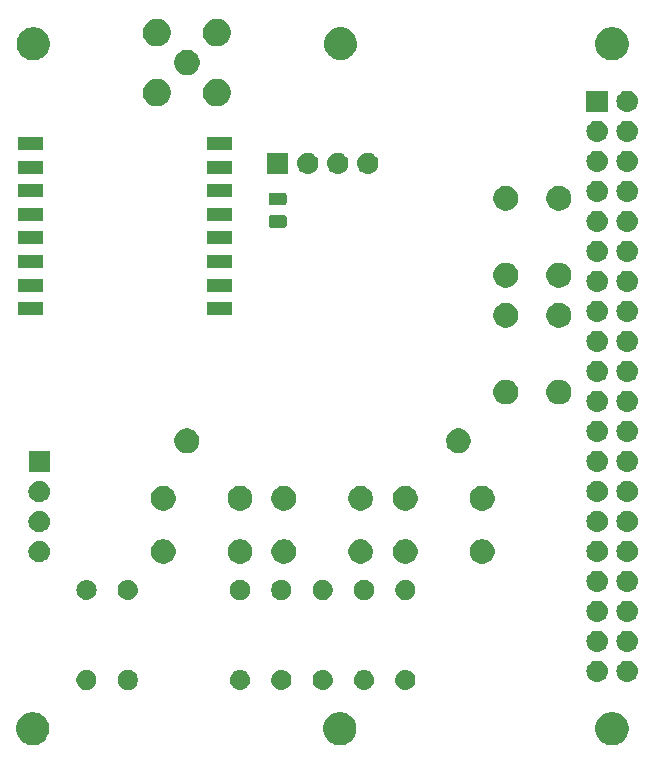
<source format=gbs>
G04 #@! TF.GenerationSoftware,KiCad,Pcbnew,(5.0.2)-1*
G04 #@! TF.CreationDate,2019-12-29T11:54:00+01:00*
G04 #@! TF.ProjectId,LoRaAPRS-GW-RPI_V20,4c6f5261-4150-4525-932d-47572d525049,rev?*
G04 #@! TF.SameCoordinates,Original*
G04 #@! TF.FileFunction,Soldermask,Bot*
G04 #@! TF.FilePolarity,Negative*
%FSLAX46Y46*%
G04 Gerber Fmt 4.6, Leading zero omitted, Abs format (unit mm)*
G04 Created by KiCad (PCBNEW (5.0.2)-1) date 29.12.2019 11:54:00*
%MOMM*%
%LPD*%
G01*
G04 APERTURE LIST*
%ADD10C,0.100000*%
G04 APERTURE END LIST*
D10*
G36*
X83221233Y-151325893D02*
X83311457Y-151343839D01*
X83417067Y-151387585D01*
X83566421Y-151449449D01*
X83795889Y-151602774D01*
X83991026Y-151797911D01*
X84144351Y-152027379D01*
X84249961Y-152282344D01*
X84303800Y-152553012D01*
X84303800Y-152828988D01*
X84249961Y-153099656D01*
X84144351Y-153354621D01*
X83991026Y-153584089D01*
X83795889Y-153779226D01*
X83566421Y-153932551D01*
X83417067Y-153994415D01*
X83311457Y-154038161D01*
X83221233Y-154056107D01*
X83040788Y-154092000D01*
X82764812Y-154092000D01*
X82584367Y-154056107D01*
X82494143Y-154038161D01*
X82388533Y-153994415D01*
X82239179Y-153932551D01*
X82009711Y-153779226D01*
X81814574Y-153584089D01*
X81661249Y-153354621D01*
X81555639Y-153099656D01*
X81501800Y-152828988D01*
X81501800Y-152553012D01*
X81555639Y-152282344D01*
X81661249Y-152027379D01*
X81814574Y-151797911D01*
X82009711Y-151602774D01*
X82239179Y-151449449D01*
X82388533Y-151387585D01*
X82494143Y-151343839D01*
X82584367Y-151325893D01*
X82764812Y-151290000D01*
X83040788Y-151290000D01*
X83221233Y-151325893D01*
X83221233Y-151325893D01*
G37*
G36*
X109227433Y-151325893D02*
X109317657Y-151343839D01*
X109423267Y-151387585D01*
X109572621Y-151449449D01*
X109802089Y-151602774D01*
X109997226Y-151797911D01*
X110150551Y-152027379D01*
X110256161Y-152282344D01*
X110310000Y-152553012D01*
X110310000Y-152828988D01*
X110256161Y-153099656D01*
X110150551Y-153354621D01*
X109997226Y-153584089D01*
X109802089Y-153779226D01*
X109572621Y-153932551D01*
X109423267Y-153994415D01*
X109317657Y-154038161D01*
X109227433Y-154056107D01*
X109046988Y-154092000D01*
X108771012Y-154092000D01*
X108590567Y-154056107D01*
X108500343Y-154038161D01*
X108394733Y-153994415D01*
X108245379Y-153932551D01*
X108015911Y-153779226D01*
X107820774Y-153584089D01*
X107667449Y-153354621D01*
X107561839Y-153099656D01*
X107508000Y-152828988D01*
X107508000Y-152553012D01*
X107561839Y-152282344D01*
X107667449Y-152027379D01*
X107820774Y-151797911D01*
X108015911Y-151602774D01*
X108245379Y-151449449D01*
X108394733Y-151387585D01*
X108500343Y-151343839D01*
X108590567Y-151325893D01*
X108771012Y-151290000D01*
X109046988Y-151290000D01*
X109227433Y-151325893D01*
X109227433Y-151325893D01*
G37*
G36*
X132268433Y-151325893D02*
X132358657Y-151343839D01*
X132464267Y-151387585D01*
X132613621Y-151449449D01*
X132843089Y-151602774D01*
X133038226Y-151797911D01*
X133191551Y-152027379D01*
X133297161Y-152282344D01*
X133351000Y-152553012D01*
X133351000Y-152828988D01*
X133297161Y-153099656D01*
X133191551Y-153354621D01*
X133038226Y-153584089D01*
X132843089Y-153779226D01*
X132613621Y-153932551D01*
X132464267Y-153994415D01*
X132358657Y-154038161D01*
X132268433Y-154056107D01*
X132087988Y-154092000D01*
X131812012Y-154092000D01*
X131631567Y-154056107D01*
X131541343Y-154038161D01*
X131435733Y-153994415D01*
X131286379Y-153932551D01*
X131056911Y-153779226D01*
X130861774Y-153584089D01*
X130708449Y-153354621D01*
X130602839Y-153099656D01*
X130549000Y-152828988D01*
X130549000Y-152553012D01*
X130602839Y-152282344D01*
X130708449Y-152027379D01*
X130861774Y-151797911D01*
X131056911Y-151602774D01*
X131286379Y-151449449D01*
X131435733Y-151387585D01*
X131541343Y-151343839D01*
X131631567Y-151325893D01*
X131812012Y-151290000D01*
X132087988Y-151290000D01*
X132268433Y-151325893D01*
X132268433Y-151325893D01*
G37*
G36*
X91198228Y-147742703D02*
X91353100Y-147806853D01*
X91492481Y-147899985D01*
X91611015Y-148018519D01*
X91704147Y-148157900D01*
X91768297Y-148312772D01*
X91801000Y-148477184D01*
X91801000Y-148644816D01*
X91768297Y-148809228D01*
X91704147Y-148964100D01*
X91611015Y-149103481D01*
X91492481Y-149222015D01*
X91353100Y-149315147D01*
X91198228Y-149379297D01*
X91033816Y-149412000D01*
X90866184Y-149412000D01*
X90701772Y-149379297D01*
X90546900Y-149315147D01*
X90407519Y-149222015D01*
X90288985Y-149103481D01*
X90195853Y-148964100D01*
X90131703Y-148809228D01*
X90099000Y-148644816D01*
X90099000Y-148477184D01*
X90131703Y-148312772D01*
X90195853Y-148157900D01*
X90288985Y-148018519D01*
X90407519Y-147899985D01*
X90546900Y-147806853D01*
X90701772Y-147742703D01*
X90866184Y-147710000D01*
X91033816Y-147710000D01*
X91198228Y-147742703D01*
X91198228Y-147742703D01*
G37*
G36*
X104116821Y-147722313D02*
X104116824Y-147722314D01*
X104116825Y-147722314D01*
X104277239Y-147770975D01*
X104277241Y-147770976D01*
X104277244Y-147770977D01*
X104425078Y-147849995D01*
X104554659Y-147956341D01*
X104661005Y-148085922D01*
X104740023Y-148233756D01*
X104740024Y-148233759D01*
X104740025Y-148233761D01*
X104771060Y-148336071D01*
X104788687Y-148394179D01*
X104805117Y-148561000D01*
X104788687Y-148727821D01*
X104788686Y-148727824D01*
X104788686Y-148727825D01*
X104763993Y-148809228D01*
X104740023Y-148888244D01*
X104661005Y-149036078D01*
X104554659Y-149165659D01*
X104425078Y-149272005D01*
X104277244Y-149351023D01*
X104277241Y-149351024D01*
X104277239Y-149351025D01*
X104116825Y-149399686D01*
X104116824Y-149399686D01*
X104116821Y-149399687D01*
X103991804Y-149412000D01*
X103908196Y-149412000D01*
X103783179Y-149399687D01*
X103783176Y-149399686D01*
X103783175Y-149399686D01*
X103622761Y-149351025D01*
X103622759Y-149351024D01*
X103622756Y-149351023D01*
X103474922Y-149272005D01*
X103345341Y-149165659D01*
X103238995Y-149036078D01*
X103159977Y-148888244D01*
X103136008Y-148809228D01*
X103111314Y-148727825D01*
X103111314Y-148727824D01*
X103111313Y-148727821D01*
X103094883Y-148561000D01*
X103111313Y-148394179D01*
X103128940Y-148336071D01*
X103159975Y-148233761D01*
X103159976Y-148233759D01*
X103159977Y-148233756D01*
X103238995Y-148085922D01*
X103345341Y-147956341D01*
X103474922Y-147849995D01*
X103622756Y-147770977D01*
X103622759Y-147770976D01*
X103622761Y-147770975D01*
X103783175Y-147722314D01*
X103783176Y-147722314D01*
X103783179Y-147722313D01*
X103908196Y-147710000D01*
X103991804Y-147710000D01*
X104116821Y-147722313D01*
X104116821Y-147722313D01*
G37*
G36*
X111116821Y-147722313D02*
X111116824Y-147722314D01*
X111116825Y-147722314D01*
X111277239Y-147770975D01*
X111277241Y-147770976D01*
X111277244Y-147770977D01*
X111425078Y-147849995D01*
X111554659Y-147956341D01*
X111661005Y-148085922D01*
X111740023Y-148233756D01*
X111740024Y-148233759D01*
X111740025Y-148233761D01*
X111771060Y-148336071D01*
X111788687Y-148394179D01*
X111805117Y-148561000D01*
X111788687Y-148727821D01*
X111788686Y-148727824D01*
X111788686Y-148727825D01*
X111763993Y-148809228D01*
X111740023Y-148888244D01*
X111661005Y-149036078D01*
X111554659Y-149165659D01*
X111425078Y-149272005D01*
X111277244Y-149351023D01*
X111277241Y-149351024D01*
X111277239Y-149351025D01*
X111116825Y-149399686D01*
X111116824Y-149399686D01*
X111116821Y-149399687D01*
X110991804Y-149412000D01*
X110908196Y-149412000D01*
X110783179Y-149399687D01*
X110783176Y-149399686D01*
X110783175Y-149399686D01*
X110622761Y-149351025D01*
X110622759Y-149351024D01*
X110622756Y-149351023D01*
X110474922Y-149272005D01*
X110345341Y-149165659D01*
X110238995Y-149036078D01*
X110159977Y-148888244D01*
X110136008Y-148809228D01*
X110111314Y-148727825D01*
X110111314Y-148727824D01*
X110111313Y-148727821D01*
X110094883Y-148561000D01*
X110111313Y-148394179D01*
X110128940Y-148336071D01*
X110159975Y-148233761D01*
X110159976Y-148233759D01*
X110159977Y-148233756D01*
X110238995Y-148085922D01*
X110345341Y-147956341D01*
X110474922Y-147849995D01*
X110622756Y-147770977D01*
X110622759Y-147770976D01*
X110622761Y-147770975D01*
X110783175Y-147722314D01*
X110783176Y-147722314D01*
X110783179Y-147722313D01*
X110908196Y-147710000D01*
X110991804Y-147710000D01*
X111116821Y-147722313D01*
X111116821Y-147722313D01*
G37*
G36*
X114616821Y-147722313D02*
X114616824Y-147722314D01*
X114616825Y-147722314D01*
X114777239Y-147770975D01*
X114777241Y-147770976D01*
X114777244Y-147770977D01*
X114925078Y-147849995D01*
X115054659Y-147956341D01*
X115161005Y-148085922D01*
X115240023Y-148233756D01*
X115240024Y-148233759D01*
X115240025Y-148233761D01*
X115271060Y-148336071D01*
X115288687Y-148394179D01*
X115305117Y-148561000D01*
X115288687Y-148727821D01*
X115288686Y-148727824D01*
X115288686Y-148727825D01*
X115263993Y-148809228D01*
X115240023Y-148888244D01*
X115161005Y-149036078D01*
X115054659Y-149165659D01*
X114925078Y-149272005D01*
X114777244Y-149351023D01*
X114777241Y-149351024D01*
X114777239Y-149351025D01*
X114616825Y-149399686D01*
X114616824Y-149399686D01*
X114616821Y-149399687D01*
X114491804Y-149412000D01*
X114408196Y-149412000D01*
X114283179Y-149399687D01*
X114283176Y-149399686D01*
X114283175Y-149399686D01*
X114122761Y-149351025D01*
X114122759Y-149351024D01*
X114122756Y-149351023D01*
X113974922Y-149272005D01*
X113845341Y-149165659D01*
X113738995Y-149036078D01*
X113659977Y-148888244D01*
X113636008Y-148809228D01*
X113611314Y-148727825D01*
X113611314Y-148727824D01*
X113611313Y-148727821D01*
X113594883Y-148561000D01*
X113611313Y-148394179D01*
X113628940Y-148336071D01*
X113659975Y-148233761D01*
X113659976Y-148233759D01*
X113659977Y-148233756D01*
X113738995Y-148085922D01*
X113845341Y-147956341D01*
X113974922Y-147849995D01*
X114122756Y-147770977D01*
X114122759Y-147770976D01*
X114122761Y-147770975D01*
X114283175Y-147722314D01*
X114283176Y-147722314D01*
X114283179Y-147722313D01*
X114408196Y-147710000D01*
X114491804Y-147710000D01*
X114616821Y-147722313D01*
X114616821Y-147722313D01*
G37*
G36*
X100616821Y-147722313D02*
X100616824Y-147722314D01*
X100616825Y-147722314D01*
X100777239Y-147770975D01*
X100777241Y-147770976D01*
X100777244Y-147770977D01*
X100925078Y-147849995D01*
X101054659Y-147956341D01*
X101161005Y-148085922D01*
X101240023Y-148233756D01*
X101240024Y-148233759D01*
X101240025Y-148233761D01*
X101271060Y-148336071D01*
X101288687Y-148394179D01*
X101305117Y-148561000D01*
X101288687Y-148727821D01*
X101288686Y-148727824D01*
X101288686Y-148727825D01*
X101263993Y-148809228D01*
X101240023Y-148888244D01*
X101161005Y-149036078D01*
X101054659Y-149165659D01*
X100925078Y-149272005D01*
X100777244Y-149351023D01*
X100777241Y-149351024D01*
X100777239Y-149351025D01*
X100616825Y-149399686D01*
X100616824Y-149399686D01*
X100616821Y-149399687D01*
X100491804Y-149412000D01*
X100408196Y-149412000D01*
X100283179Y-149399687D01*
X100283176Y-149399686D01*
X100283175Y-149399686D01*
X100122761Y-149351025D01*
X100122759Y-149351024D01*
X100122756Y-149351023D01*
X99974922Y-149272005D01*
X99845341Y-149165659D01*
X99738995Y-149036078D01*
X99659977Y-148888244D01*
X99636008Y-148809228D01*
X99611314Y-148727825D01*
X99611314Y-148727824D01*
X99611313Y-148727821D01*
X99594883Y-148561000D01*
X99611313Y-148394179D01*
X99628940Y-148336071D01*
X99659975Y-148233761D01*
X99659976Y-148233759D01*
X99659977Y-148233756D01*
X99738995Y-148085922D01*
X99845341Y-147956341D01*
X99974922Y-147849995D01*
X100122756Y-147770977D01*
X100122759Y-147770976D01*
X100122761Y-147770975D01*
X100283175Y-147722314D01*
X100283176Y-147722314D01*
X100283179Y-147722313D01*
X100408196Y-147710000D01*
X100491804Y-147710000D01*
X100616821Y-147722313D01*
X100616821Y-147722313D01*
G37*
G36*
X107616821Y-147722313D02*
X107616824Y-147722314D01*
X107616825Y-147722314D01*
X107777239Y-147770975D01*
X107777241Y-147770976D01*
X107777244Y-147770977D01*
X107925078Y-147849995D01*
X108054659Y-147956341D01*
X108161005Y-148085922D01*
X108240023Y-148233756D01*
X108240024Y-148233759D01*
X108240025Y-148233761D01*
X108271060Y-148336071D01*
X108288687Y-148394179D01*
X108305117Y-148561000D01*
X108288687Y-148727821D01*
X108288686Y-148727824D01*
X108288686Y-148727825D01*
X108263993Y-148809228D01*
X108240023Y-148888244D01*
X108161005Y-149036078D01*
X108054659Y-149165659D01*
X107925078Y-149272005D01*
X107777244Y-149351023D01*
X107777241Y-149351024D01*
X107777239Y-149351025D01*
X107616825Y-149399686D01*
X107616824Y-149399686D01*
X107616821Y-149399687D01*
X107491804Y-149412000D01*
X107408196Y-149412000D01*
X107283179Y-149399687D01*
X107283176Y-149399686D01*
X107283175Y-149399686D01*
X107122761Y-149351025D01*
X107122759Y-149351024D01*
X107122756Y-149351023D01*
X106974922Y-149272005D01*
X106845341Y-149165659D01*
X106738995Y-149036078D01*
X106659977Y-148888244D01*
X106636008Y-148809228D01*
X106611314Y-148727825D01*
X106611314Y-148727824D01*
X106611313Y-148727821D01*
X106594883Y-148561000D01*
X106611313Y-148394179D01*
X106628940Y-148336071D01*
X106659975Y-148233761D01*
X106659976Y-148233759D01*
X106659977Y-148233756D01*
X106738995Y-148085922D01*
X106845341Y-147956341D01*
X106974922Y-147849995D01*
X107122756Y-147770977D01*
X107122759Y-147770976D01*
X107122761Y-147770975D01*
X107283175Y-147722314D01*
X107283176Y-147722314D01*
X107283179Y-147722313D01*
X107408196Y-147710000D01*
X107491804Y-147710000D01*
X107616821Y-147722313D01*
X107616821Y-147722313D01*
G37*
G36*
X87698228Y-147742703D02*
X87853100Y-147806853D01*
X87992481Y-147899985D01*
X88111015Y-148018519D01*
X88204147Y-148157900D01*
X88268297Y-148312772D01*
X88301000Y-148477184D01*
X88301000Y-148644816D01*
X88268297Y-148809228D01*
X88204147Y-148964100D01*
X88111015Y-149103481D01*
X87992481Y-149222015D01*
X87853100Y-149315147D01*
X87698228Y-149379297D01*
X87533816Y-149412000D01*
X87366184Y-149412000D01*
X87201772Y-149379297D01*
X87046900Y-149315147D01*
X86907519Y-149222015D01*
X86788985Y-149103481D01*
X86695853Y-148964100D01*
X86631703Y-148809228D01*
X86599000Y-148644816D01*
X86599000Y-148477184D01*
X86631703Y-148312772D01*
X86695853Y-148157900D01*
X86788985Y-148018519D01*
X86907519Y-147899985D01*
X87046900Y-147806853D01*
X87201772Y-147742703D01*
X87366184Y-147710000D01*
X87533816Y-147710000D01*
X87698228Y-147742703D01*
X87698228Y-147742703D01*
G37*
G36*
X130798122Y-146938598D02*
X130864307Y-146945117D01*
X130977533Y-146979464D01*
X131034147Y-146996637D01*
X131172767Y-147070732D01*
X131190671Y-147080302D01*
X131226409Y-147109632D01*
X131327866Y-147192894D01*
X131411128Y-147294351D01*
X131440458Y-147330089D01*
X131440459Y-147330091D01*
X131524123Y-147486613D01*
X131524123Y-147486614D01*
X131575643Y-147656453D01*
X131593039Y-147833080D01*
X131575643Y-148009707D01*
X131552523Y-148085922D01*
X131524123Y-148179547D01*
X131452912Y-148312772D01*
X131440458Y-148336071D01*
X131411128Y-148371809D01*
X131327866Y-148473266D01*
X131226409Y-148556528D01*
X131190671Y-148585858D01*
X131190669Y-148585859D01*
X131034147Y-148669523D01*
X130977533Y-148686696D01*
X130864307Y-148721043D01*
X130798122Y-148727562D01*
X130731940Y-148734080D01*
X130643420Y-148734080D01*
X130577238Y-148727562D01*
X130511053Y-148721043D01*
X130397827Y-148686696D01*
X130341213Y-148669523D01*
X130184691Y-148585859D01*
X130184689Y-148585858D01*
X130148951Y-148556528D01*
X130047494Y-148473266D01*
X129964232Y-148371809D01*
X129934902Y-148336071D01*
X129922448Y-148312772D01*
X129851237Y-148179547D01*
X129822837Y-148085922D01*
X129799717Y-148009707D01*
X129782321Y-147833080D01*
X129799717Y-147656453D01*
X129851237Y-147486614D01*
X129851237Y-147486613D01*
X129934901Y-147330091D01*
X129934902Y-147330089D01*
X129964232Y-147294351D01*
X130047494Y-147192894D01*
X130148951Y-147109632D01*
X130184689Y-147080302D01*
X130202593Y-147070732D01*
X130341213Y-146996637D01*
X130397827Y-146979464D01*
X130511053Y-146945117D01*
X130577238Y-146938598D01*
X130643420Y-146932080D01*
X130731940Y-146932080D01*
X130798122Y-146938598D01*
X130798122Y-146938598D01*
G37*
G36*
X133338122Y-146938598D02*
X133404307Y-146945117D01*
X133517533Y-146979464D01*
X133574147Y-146996637D01*
X133712767Y-147070732D01*
X133730671Y-147080302D01*
X133766409Y-147109632D01*
X133867866Y-147192894D01*
X133951128Y-147294351D01*
X133980458Y-147330089D01*
X133980459Y-147330091D01*
X134064123Y-147486613D01*
X134064123Y-147486614D01*
X134115643Y-147656453D01*
X134133039Y-147833080D01*
X134115643Y-148009707D01*
X134092523Y-148085922D01*
X134064123Y-148179547D01*
X133992912Y-148312772D01*
X133980458Y-148336071D01*
X133951128Y-148371809D01*
X133867866Y-148473266D01*
X133766409Y-148556528D01*
X133730671Y-148585858D01*
X133730669Y-148585859D01*
X133574147Y-148669523D01*
X133517533Y-148686696D01*
X133404307Y-148721043D01*
X133338122Y-148727562D01*
X133271940Y-148734080D01*
X133183420Y-148734080D01*
X133117238Y-148727562D01*
X133051053Y-148721043D01*
X132937827Y-148686696D01*
X132881213Y-148669523D01*
X132724691Y-148585859D01*
X132724689Y-148585858D01*
X132688951Y-148556528D01*
X132587494Y-148473266D01*
X132504232Y-148371809D01*
X132474902Y-148336071D01*
X132462448Y-148312772D01*
X132391237Y-148179547D01*
X132362837Y-148085922D01*
X132339717Y-148009707D01*
X132322321Y-147833080D01*
X132339717Y-147656453D01*
X132391237Y-147486614D01*
X132391237Y-147486613D01*
X132474901Y-147330091D01*
X132474902Y-147330089D01*
X132504232Y-147294351D01*
X132587494Y-147192894D01*
X132688951Y-147109632D01*
X132724689Y-147080302D01*
X132742593Y-147070732D01*
X132881213Y-146996637D01*
X132937827Y-146979464D01*
X133051053Y-146945117D01*
X133117238Y-146938598D01*
X133183420Y-146932080D01*
X133271940Y-146932080D01*
X133338122Y-146938598D01*
X133338122Y-146938598D01*
G37*
G36*
X133338123Y-144398599D02*
X133404307Y-144405117D01*
X133517533Y-144439464D01*
X133574147Y-144456637D01*
X133712767Y-144530732D01*
X133730671Y-144540302D01*
X133766409Y-144569632D01*
X133867866Y-144652894D01*
X133951128Y-144754351D01*
X133980458Y-144790089D01*
X133980459Y-144790091D01*
X134064123Y-144946613D01*
X134064123Y-144946614D01*
X134115643Y-145116453D01*
X134133039Y-145293080D01*
X134115643Y-145469707D01*
X134081296Y-145582933D01*
X134064123Y-145639547D01*
X133990028Y-145778167D01*
X133980458Y-145796071D01*
X133951128Y-145831809D01*
X133867866Y-145933266D01*
X133766409Y-146016528D01*
X133730671Y-146045858D01*
X133730669Y-146045859D01*
X133574147Y-146129523D01*
X133517533Y-146146696D01*
X133404307Y-146181043D01*
X133338122Y-146187562D01*
X133271940Y-146194080D01*
X133183420Y-146194080D01*
X133117238Y-146187562D01*
X133051053Y-146181043D01*
X132937827Y-146146696D01*
X132881213Y-146129523D01*
X132724691Y-146045859D01*
X132724689Y-146045858D01*
X132688951Y-146016528D01*
X132587494Y-145933266D01*
X132504232Y-145831809D01*
X132474902Y-145796071D01*
X132465332Y-145778167D01*
X132391237Y-145639547D01*
X132374064Y-145582933D01*
X132339717Y-145469707D01*
X132322321Y-145293080D01*
X132339717Y-145116453D01*
X132391237Y-144946614D01*
X132391237Y-144946613D01*
X132474901Y-144790091D01*
X132474902Y-144790089D01*
X132504232Y-144754351D01*
X132587494Y-144652894D01*
X132688951Y-144569632D01*
X132724689Y-144540302D01*
X132742593Y-144530732D01*
X132881213Y-144456637D01*
X132937827Y-144439464D01*
X133051053Y-144405117D01*
X133117237Y-144398599D01*
X133183420Y-144392080D01*
X133271940Y-144392080D01*
X133338123Y-144398599D01*
X133338123Y-144398599D01*
G37*
G36*
X130798123Y-144398599D02*
X130864307Y-144405117D01*
X130977533Y-144439464D01*
X131034147Y-144456637D01*
X131172767Y-144530732D01*
X131190671Y-144540302D01*
X131226409Y-144569632D01*
X131327866Y-144652894D01*
X131411128Y-144754351D01*
X131440458Y-144790089D01*
X131440459Y-144790091D01*
X131524123Y-144946613D01*
X131524123Y-144946614D01*
X131575643Y-145116453D01*
X131593039Y-145293080D01*
X131575643Y-145469707D01*
X131541296Y-145582933D01*
X131524123Y-145639547D01*
X131450028Y-145778167D01*
X131440458Y-145796071D01*
X131411128Y-145831809D01*
X131327866Y-145933266D01*
X131226409Y-146016528D01*
X131190671Y-146045858D01*
X131190669Y-146045859D01*
X131034147Y-146129523D01*
X130977533Y-146146696D01*
X130864307Y-146181043D01*
X130798122Y-146187562D01*
X130731940Y-146194080D01*
X130643420Y-146194080D01*
X130577238Y-146187562D01*
X130511053Y-146181043D01*
X130397827Y-146146696D01*
X130341213Y-146129523D01*
X130184691Y-146045859D01*
X130184689Y-146045858D01*
X130148951Y-146016528D01*
X130047494Y-145933266D01*
X129964232Y-145831809D01*
X129934902Y-145796071D01*
X129925332Y-145778167D01*
X129851237Y-145639547D01*
X129834064Y-145582933D01*
X129799717Y-145469707D01*
X129782321Y-145293080D01*
X129799717Y-145116453D01*
X129851237Y-144946614D01*
X129851237Y-144946613D01*
X129934901Y-144790091D01*
X129934902Y-144790089D01*
X129964232Y-144754351D01*
X130047494Y-144652894D01*
X130148951Y-144569632D01*
X130184689Y-144540302D01*
X130202593Y-144530732D01*
X130341213Y-144456637D01*
X130397827Y-144439464D01*
X130511053Y-144405117D01*
X130577237Y-144398599D01*
X130643420Y-144392080D01*
X130731940Y-144392080D01*
X130798123Y-144398599D01*
X130798123Y-144398599D01*
G37*
G36*
X130798123Y-141858599D02*
X130864307Y-141865117D01*
X130977533Y-141899464D01*
X131034147Y-141916637D01*
X131172767Y-141990732D01*
X131190671Y-142000302D01*
X131226409Y-142029632D01*
X131327866Y-142112894D01*
X131411128Y-142214351D01*
X131440458Y-142250089D01*
X131440459Y-142250091D01*
X131524123Y-142406613D01*
X131524123Y-142406614D01*
X131575643Y-142576453D01*
X131593039Y-142753080D01*
X131575643Y-142929707D01*
X131541296Y-143042933D01*
X131524123Y-143099547D01*
X131450028Y-143238167D01*
X131440458Y-143256071D01*
X131411128Y-143291809D01*
X131327866Y-143393266D01*
X131226409Y-143476528D01*
X131190671Y-143505858D01*
X131190669Y-143505859D01*
X131034147Y-143589523D01*
X130977533Y-143606696D01*
X130864307Y-143641043D01*
X130798123Y-143647561D01*
X130731940Y-143654080D01*
X130643420Y-143654080D01*
X130577237Y-143647561D01*
X130511053Y-143641043D01*
X130397827Y-143606696D01*
X130341213Y-143589523D01*
X130184691Y-143505859D01*
X130184689Y-143505858D01*
X130148951Y-143476528D01*
X130047494Y-143393266D01*
X129964232Y-143291809D01*
X129934902Y-143256071D01*
X129925332Y-143238167D01*
X129851237Y-143099547D01*
X129834064Y-143042933D01*
X129799717Y-142929707D01*
X129782321Y-142753080D01*
X129799717Y-142576453D01*
X129851237Y-142406614D01*
X129851237Y-142406613D01*
X129934901Y-142250091D01*
X129934902Y-142250089D01*
X129964232Y-142214351D01*
X130047494Y-142112894D01*
X130148951Y-142029632D01*
X130184689Y-142000302D01*
X130202593Y-141990732D01*
X130341213Y-141916637D01*
X130397827Y-141899464D01*
X130511053Y-141865117D01*
X130577237Y-141858599D01*
X130643420Y-141852080D01*
X130731940Y-141852080D01*
X130798123Y-141858599D01*
X130798123Y-141858599D01*
G37*
G36*
X133338123Y-141858599D02*
X133404307Y-141865117D01*
X133517533Y-141899464D01*
X133574147Y-141916637D01*
X133712767Y-141990732D01*
X133730671Y-142000302D01*
X133766409Y-142029632D01*
X133867866Y-142112894D01*
X133951128Y-142214351D01*
X133980458Y-142250089D01*
X133980459Y-142250091D01*
X134064123Y-142406613D01*
X134064123Y-142406614D01*
X134115643Y-142576453D01*
X134133039Y-142753080D01*
X134115643Y-142929707D01*
X134081296Y-143042933D01*
X134064123Y-143099547D01*
X133990028Y-143238167D01*
X133980458Y-143256071D01*
X133951128Y-143291809D01*
X133867866Y-143393266D01*
X133766409Y-143476528D01*
X133730671Y-143505858D01*
X133730669Y-143505859D01*
X133574147Y-143589523D01*
X133517533Y-143606696D01*
X133404307Y-143641043D01*
X133338123Y-143647561D01*
X133271940Y-143654080D01*
X133183420Y-143654080D01*
X133117237Y-143647561D01*
X133051053Y-143641043D01*
X132937827Y-143606696D01*
X132881213Y-143589523D01*
X132724691Y-143505859D01*
X132724689Y-143505858D01*
X132688951Y-143476528D01*
X132587494Y-143393266D01*
X132504232Y-143291809D01*
X132474902Y-143256071D01*
X132465332Y-143238167D01*
X132391237Y-143099547D01*
X132374064Y-143042933D01*
X132339717Y-142929707D01*
X132322321Y-142753080D01*
X132339717Y-142576453D01*
X132391237Y-142406614D01*
X132391237Y-142406613D01*
X132474901Y-142250091D01*
X132474902Y-142250089D01*
X132504232Y-142214351D01*
X132587494Y-142112894D01*
X132688951Y-142029632D01*
X132724689Y-142000302D01*
X132742593Y-141990732D01*
X132881213Y-141916637D01*
X132937827Y-141899464D01*
X133051053Y-141865117D01*
X133117237Y-141858599D01*
X133183420Y-141852080D01*
X133271940Y-141852080D01*
X133338123Y-141858599D01*
X133338123Y-141858599D01*
G37*
G36*
X114698228Y-140122703D02*
X114853100Y-140186853D01*
X114992481Y-140279985D01*
X115111015Y-140398519D01*
X115204147Y-140537900D01*
X115268297Y-140692772D01*
X115301000Y-140857184D01*
X115301000Y-141024816D01*
X115268297Y-141189228D01*
X115204147Y-141344100D01*
X115111015Y-141483481D01*
X114992481Y-141602015D01*
X114853100Y-141695147D01*
X114698228Y-141759297D01*
X114533816Y-141792000D01*
X114366184Y-141792000D01*
X114201772Y-141759297D01*
X114046900Y-141695147D01*
X113907519Y-141602015D01*
X113788985Y-141483481D01*
X113695853Y-141344100D01*
X113631703Y-141189228D01*
X113599000Y-141024816D01*
X113599000Y-140857184D01*
X113631703Y-140692772D01*
X113695853Y-140537900D01*
X113788985Y-140398519D01*
X113907519Y-140279985D01*
X114046900Y-140186853D01*
X114201772Y-140122703D01*
X114366184Y-140090000D01*
X114533816Y-140090000D01*
X114698228Y-140122703D01*
X114698228Y-140122703D01*
G37*
G36*
X91116821Y-140102313D02*
X91116824Y-140102314D01*
X91116825Y-140102314D01*
X91277239Y-140150975D01*
X91277241Y-140150976D01*
X91277244Y-140150977D01*
X91425078Y-140229995D01*
X91554659Y-140336341D01*
X91661005Y-140465922D01*
X91740023Y-140613756D01*
X91740024Y-140613759D01*
X91740025Y-140613761D01*
X91771060Y-140716071D01*
X91788687Y-140774179D01*
X91805117Y-140941000D01*
X91788687Y-141107821D01*
X91788686Y-141107824D01*
X91788686Y-141107825D01*
X91763993Y-141189228D01*
X91740023Y-141268244D01*
X91661005Y-141416078D01*
X91554659Y-141545659D01*
X91425078Y-141652005D01*
X91277244Y-141731023D01*
X91277241Y-141731024D01*
X91277239Y-141731025D01*
X91116825Y-141779686D01*
X91116824Y-141779686D01*
X91116821Y-141779687D01*
X90991804Y-141792000D01*
X90908196Y-141792000D01*
X90783179Y-141779687D01*
X90783176Y-141779686D01*
X90783175Y-141779686D01*
X90622761Y-141731025D01*
X90622759Y-141731024D01*
X90622756Y-141731023D01*
X90474922Y-141652005D01*
X90345341Y-141545659D01*
X90238995Y-141416078D01*
X90159977Y-141268244D01*
X90136008Y-141189228D01*
X90111314Y-141107825D01*
X90111314Y-141107824D01*
X90111313Y-141107821D01*
X90094883Y-140941000D01*
X90111313Y-140774179D01*
X90128940Y-140716071D01*
X90159975Y-140613761D01*
X90159976Y-140613759D01*
X90159977Y-140613756D01*
X90238995Y-140465922D01*
X90345341Y-140336341D01*
X90474922Y-140229995D01*
X90622756Y-140150977D01*
X90622759Y-140150976D01*
X90622761Y-140150975D01*
X90783175Y-140102314D01*
X90783176Y-140102314D01*
X90783179Y-140102313D01*
X90908196Y-140090000D01*
X90991804Y-140090000D01*
X91116821Y-140102313D01*
X91116821Y-140102313D01*
G37*
G36*
X87616821Y-140102313D02*
X87616824Y-140102314D01*
X87616825Y-140102314D01*
X87777239Y-140150975D01*
X87777241Y-140150976D01*
X87777244Y-140150977D01*
X87925078Y-140229995D01*
X88054659Y-140336341D01*
X88161005Y-140465922D01*
X88240023Y-140613756D01*
X88240024Y-140613759D01*
X88240025Y-140613761D01*
X88271060Y-140716071D01*
X88288687Y-140774179D01*
X88305117Y-140941000D01*
X88288687Y-141107821D01*
X88288686Y-141107824D01*
X88288686Y-141107825D01*
X88263993Y-141189228D01*
X88240023Y-141268244D01*
X88161005Y-141416078D01*
X88054659Y-141545659D01*
X87925078Y-141652005D01*
X87777244Y-141731023D01*
X87777241Y-141731024D01*
X87777239Y-141731025D01*
X87616825Y-141779686D01*
X87616824Y-141779686D01*
X87616821Y-141779687D01*
X87491804Y-141792000D01*
X87408196Y-141792000D01*
X87283179Y-141779687D01*
X87283176Y-141779686D01*
X87283175Y-141779686D01*
X87122761Y-141731025D01*
X87122759Y-141731024D01*
X87122756Y-141731023D01*
X86974922Y-141652005D01*
X86845341Y-141545659D01*
X86738995Y-141416078D01*
X86659977Y-141268244D01*
X86636008Y-141189228D01*
X86611314Y-141107825D01*
X86611314Y-141107824D01*
X86611313Y-141107821D01*
X86594883Y-140941000D01*
X86611313Y-140774179D01*
X86628940Y-140716071D01*
X86659975Y-140613761D01*
X86659976Y-140613759D01*
X86659977Y-140613756D01*
X86738995Y-140465922D01*
X86845341Y-140336341D01*
X86974922Y-140229995D01*
X87122756Y-140150977D01*
X87122759Y-140150976D01*
X87122761Y-140150975D01*
X87283175Y-140102314D01*
X87283176Y-140102314D01*
X87283179Y-140102313D01*
X87408196Y-140090000D01*
X87491804Y-140090000D01*
X87616821Y-140102313D01*
X87616821Y-140102313D01*
G37*
G36*
X107698228Y-140122703D02*
X107853100Y-140186853D01*
X107992481Y-140279985D01*
X108111015Y-140398519D01*
X108204147Y-140537900D01*
X108268297Y-140692772D01*
X108301000Y-140857184D01*
X108301000Y-141024816D01*
X108268297Y-141189228D01*
X108204147Y-141344100D01*
X108111015Y-141483481D01*
X107992481Y-141602015D01*
X107853100Y-141695147D01*
X107698228Y-141759297D01*
X107533816Y-141792000D01*
X107366184Y-141792000D01*
X107201772Y-141759297D01*
X107046900Y-141695147D01*
X106907519Y-141602015D01*
X106788985Y-141483481D01*
X106695853Y-141344100D01*
X106631703Y-141189228D01*
X106599000Y-141024816D01*
X106599000Y-140857184D01*
X106631703Y-140692772D01*
X106695853Y-140537900D01*
X106788985Y-140398519D01*
X106907519Y-140279985D01*
X107046900Y-140186853D01*
X107201772Y-140122703D01*
X107366184Y-140090000D01*
X107533816Y-140090000D01*
X107698228Y-140122703D01*
X107698228Y-140122703D01*
G37*
G36*
X100698228Y-140122703D02*
X100853100Y-140186853D01*
X100992481Y-140279985D01*
X101111015Y-140398519D01*
X101204147Y-140537900D01*
X101268297Y-140692772D01*
X101301000Y-140857184D01*
X101301000Y-141024816D01*
X101268297Y-141189228D01*
X101204147Y-141344100D01*
X101111015Y-141483481D01*
X100992481Y-141602015D01*
X100853100Y-141695147D01*
X100698228Y-141759297D01*
X100533816Y-141792000D01*
X100366184Y-141792000D01*
X100201772Y-141759297D01*
X100046900Y-141695147D01*
X99907519Y-141602015D01*
X99788985Y-141483481D01*
X99695853Y-141344100D01*
X99631703Y-141189228D01*
X99599000Y-141024816D01*
X99599000Y-140857184D01*
X99631703Y-140692772D01*
X99695853Y-140537900D01*
X99788985Y-140398519D01*
X99907519Y-140279985D01*
X100046900Y-140186853D01*
X100201772Y-140122703D01*
X100366184Y-140090000D01*
X100533816Y-140090000D01*
X100698228Y-140122703D01*
X100698228Y-140122703D01*
G37*
G36*
X111198228Y-140122703D02*
X111353100Y-140186853D01*
X111492481Y-140279985D01*
X111611015Y-140398519D01*
X111704147Y-140537900D01*
X111768297Y-140692772D01*
X111801000Y-140857184D01*
X111801000Y-141024816D01*
X111768297Y-141189228D01*
X111704147Y-141344100D01*
X111611015Y-141483481D01*
X111492481Y-141602015D01*
X111353100Y-141695147D01*
X111198228Y-141759297D01*
X111033816Y-141792000D01*
X110866184Y-141792000D01*
X110701772Y-141759297D01*
X110546900Y-141695147D01*
X110407519Y-141602015D01*
X110288985Y-141483481D01*
X110195853Y-141344100D01*
X110131703Y-141189228D01*
X110099000Y-141024816D01*
X110099000Y-140857184D01*
X110131703Y-140692772D01*
X110195853Y-140537900D01*
X110288985Y-140398519D01*
X110407519Y-140279985D01*
X110546900Y-140186853D01*
X110701772Y-140122703D01*
X110866184Y-140090000D01*
X111033816Y-140090000D01*
X111198228Y-140122703D01*
X111198228Y-140122703D01*
G37*
G36*
X104198228Y-140122703D02*
X104353100Y-140186853D01*
X104492481Y-140279985D01*
X104611015Y-140398519D01*
X104704147Y-140537900D01*
X104768297Y-140692772D01*
X104801000Y-140857184D01*
X104801000Y-141024816D01*
X104768297Y-141189228D01*
X104704147Y-141344100D01*
X104611015Y-141483481D01*
X104492481Y-141602015D01*
X104353100Y-141695147D01*
X104198228Y-141759297D01*
X104033816Y-141792000D01*
X103866184Y-141792000D01*
X103701772Y-141759297D01*
X103546900Y-141695147D01*
X103407519Y-141602015D01*
X103288985Y-141483481D01*
X103195853Y-141344100D01*
X103131703Y-141189228D01*
X103099000Y-141024816D01*
X103099000Y-140857184D01*
X103131703Y-140692772D01*
X103195853Y-140537900D01*
X103288985Y-140398519D01*
X103407519Y-140279985D01*
X103546900Y-140186853D01*
X103701772Y-140122703D01*
X103866184Y-140090000D01*
X104033816Y-140090000D01*
X104198228Y-140122703D01*
X104198228Y-140122703D01*
G37*
G36*
X133338123Y-139318599D02*
X133404307Y-139325117D01*
X133517533Y-139359464D01*
X133574147Y-139376637D01*
X133712767Y-139450732D01*
X133730671Y-139460302D01*
X133766409Y-139489632D01*
X133867866Y-139572894D01*
X133951128Y-139674351D01*
X133980458Y-139710089D01*
X133980459Y-139710091D01*
X134064123Y-139866613D01*
X134064123Y-139866614D01*
X134115643Y-140036453D01*
X134133039Y-140213080D01*
X134115643Y-140389707D01*
X134092523Y-140465922D01*
X134064123Y-140559547D01*
X133992912Y-140692772D01*
X133980458Y-140716071D01*
X133951128Y-140751809D01*
X133867866Y-140853266D01*
X133766409Y-140936528D01*
X133730671Y-140965858D01*
X133730669Y-140965859D01*
X133574147Y-141049523D01*
X133517533Y-141066696D01*
X133404307Y-141101043D01*
X133338123Y-141107561D01*
X133271940Y-141114080D01*
X133183420Y-141114080D01*
X133117237Y-141107561D01*
X133051053Y-141101043D01*
X132937827Y-141066696D01*
X132881213Y-141049523D01*
X132724691Y-140965859D01*
X132724689Y-140965858D01*
X132688951Y-140936528D01*
X132587494Y-140853266D01*
X132504232Y-140751809D01*
X132474902Y-140716071D01*
X132462448Y-140692772D01*
X132391237Y-140559547D01*
X132362837Y-140465922D01*
X132339717Y-140389707D01*
X132322321Y-140213080D01*
X132339717Y-140036453D01*
X132391237Y-139866614D01*
X132391237Y-139866613D01*
X132474901Y-139710091D01*
X132474902Y-139710089D01*
X132504232Y-139674351D01*
X132587494Y-139572894D01*
X132688951Y-139489632D01*
X132724689Y-139460302D01*
X132742593Y-139450732D01*
X132881213Y-139376637D01*
X132937827Y-139359464D01*
X133051053Y-139325117D01*
X133117237Y-139318599D01*
X133183420Y-139312080D01*
X133271940Y-139312080D01*
X133338123Y-139318599D01*
X133338123Y-139318599D01*
G37*
G36*
X130798123Y-139318599D02*
X130864307Y-139325117D01*
X130977533Y-139359464D01*
X131034147Y-139376637D01*
X131172767Y-139450732D01*
X131190671Y-139460302D01*
X131226409Y-139489632D01*
X131327866Y-139572894D01*
X131411128Y-139674351D01*
X131440458Y-139710089D01*
X131440459Y-139710091D01*
X131524123Y-139866613D01*
X131524123Y-139866614D01*
X131575643Y-140036453D01*
X131593039Y-140213080D01*
X131575643Y-140389707D01*
X131552523Y-140465922D01*
X131524123Y-140559547D01*
X131452912Y-140692772D01*
X131440458Y-140716071D01*
X131411128Y-140751809D01*
X131327866Y-140853266D01*
X131226409Y-140936528D01*
X131190671Y-140965858D01*
X131190669Y-140965859D01*
X131034147Y-141049523D01*
X130977533Y-141066696D01*
X130864307Y-141101043D01*
X130798123Y-141107561D01*
X130731940Y-141114080D01*
X130643420Y-141114080D01*
X130577237Y-141107561D01*
X130511053Y-141101043D01*
X130397827Y-141066696D01*
X130341213Y-141049523D01*
X130184691Y-140965859D01*
X130184689Y-140965858D01*
X130148951Y-140936528D01*
X130047494Y-140853266D01*
X129964232Y-140751809D01*
X129934902Y-140716071D01*
X129922448Y-140692772D01*
X129851237Y-140559547D01*
X129822837Y-140465922D01*
X129799717Y-140389707D01*
X129782321Y-140213080D01*
X129799717Y-140036453D01*
X129851237Y-139866614D01*
X129851237Y-139866613D01*
X129934901Y-139710091D01*
X129934902Y-139710089D01*
X129964232Y-139674351D01*
X130047494Y-139572894D01*
X130148951Y-139489632D01*
X130184689Y-139460302D01*
X130202593Y-139450732D01*
X130341213Y-139376637D01*
X130397827Y-139359464D01*
X130511053Y-139325117D01*
X130577237Y-139318599D01*
X130643420Y-139312080D01*
X130731940Y-139312080D01*
X130798123Y-139318599D01*
X130798123Y-139318599D01*
G37*
G36*
X114756565Y-136680389D02*
X114947834Y-136759615D01*
X115119976Y-136874637D01*
X115266363Y-137021024D01*
X115381385Y-137193166D01*
X115460611Y-137384435D01*
X115501000Y-137587484D01*
X115501000Y-137794516D01*
X115460611Y-137997565D01*
X115381385Y-138188834D01*
X115266363Y-138360976D01*
X115119976Y-138507363D01*
X114947834Y-138622385D01*
X114756565Y-138701611D01*
X114553516Y-138742000D01*
X114346484Y-138742000D01*
X114143435Y-138701611D01*
X113952166Y-138622385D01*
X113780024Y-138507363D01*
X113633637Y-138360976D01*
X113518615Y-138188834D01*
X113439389Y-137997565D01*
X113399000Y-137794516D01*
X113399000Y-137587484D01*
X113439389Y-137384435D01*
X113518615Y-137193166D01*
X113633637Y-137021024D01*
X113780024Y-136874637D01*
X113952166Y-136759615D01*
X114143435Y-136680389D01*
X114346484Y-136640000D01*
X114553516Y-136640000D01*
X114756565Y-136680389D01*
X114756565Y-136680389D01*
G37*
G36*
X121256565Y-136680389D02*
X121447834Y-136759615D01*
X121619976Y-136874637D01*
X121766363Y-137021024D01*
X121881385Y-137193166D01*
X121960611Y-137384435D01*
X122001000Y-137587484D01*
X122001000Y-137794516D01*
X121960611Y-137997565D01*
X121881385Y-138188834D01*
X121766363Y-138360976D01*
X121619976Y-138507363D01*
X121447834Y-138622385D01*
X121256565Y-138701611D01*
X121053516Y-138742000D01*
X120846484Y-138742000D01*
X120643435Y-138701611D01*
X120452166Y-138622385D01*
X120280024Y-138507363D01*
X120133637Y-138360976D01*
X120018615Y-138188834D01*
X119939389Y-137997565D01*
X119899000Y-137794516D01*
X119899000Y-137587484D01*
X119939389Y-137384435D01*
X120018615Y-137193166D01*
X120133637Y-137021024D01*
X120280024Y-136874637D01*
X120452166Y-136759615D01*
X120643435Y-136680389D01*
X120846484Y-136640000D01*
X121053516Y-136640000D01*
X121256565Y-136680389D01*
X121256565Y-136680389D01*
G37*
G36*
X94256565Y-136680389D02*
X94447834Y-136759615D01*
X94619976Y-136874637D01*
X94766363Y-137021024D01*
X94881385Y-137193166D01*
X94960611Y-137384435D01*
X95001000Y-137587484D01*
X95001000Y-137794516D01*
X94960611Y-137997565D01*
X94881385Y-138188834D01*
X94766363Y-138360976D01*
X94619976Y-138507363D01*
X94447834Y-138622385D01*
X94256565Y-138701611D01*
X94053516Y-138742000D01*
X93846484Y-138742000D01*
X93643435Y-138701611D01*
X93452166Y-138622385D01*
X93280024Y-138507363D01*
X93133637Y-138360976D01*
X93018615Y-138188834D01*
X92939389Y-137997565D01*
X92899000Y-137794516D01*
X92899000Y-137587484D01*
X92939389Y-137384435D01*
X93018615Y-137193166D01*
X93133637Y-137021024D01*
X93280024Y-136874637D01*
X93452166Y-136759615D01*
X93643435Y-136680389D01*
X93846484Y-136640000D01*
X94053516Y-136640000D01*
X94256565Y-136680389D01*
X94256565Y-136680389D01*
G37*
G36*
X104466565Y-136680389D02*
X104657834Y-136759615D01*
X104829976Y-136874637D01*
X104976363Y-137021024D01*
X105091385Y-137193166D01*
X105170611Y-137384435D01*
X105211000Y-137587484D01*
X105211000Y-137794516D01*
X105170611Y-137997565D01*
X105091385Y-138188834D01*
X104976363Y-138360976D01*
X104829976Y-138507363D01*
X104657834Y-138622385D01*
X104466565Y-138701611D01*
X104263516Y-138742000D01*
X104056484Y-138742000D01*
X103853435Y-138701611D01*
X103662166Y-138622385D01*
X103490024Y-138507363D01*
X103343637Y-138360976D01*
X103228615Y-138188834D01*
X103149389Y-137997565D01*
X103109000Y-137794516D01*
X103109000Y-137587484D01*
X103149389Y-137384435D01*
X103228615Y-137193166D01*
X103343637Y-137021024D01*
X103490024Y-136874637D01*
X103662166Y-136759615D01*
X103853435Y-136680389D01*
X104056484Y-136640000D01*
X104263516Y-136640000D01*
X104466565Y-136680389D01*
X104466565Y-136680389D01*
G37*
G36*
X110966565Y-136680389D02*
X111157834Y-136759615D01*
X111329976Y-136874637D01*
X111476363Y-137021024D01*
X111591385Y-137193166D01*
X111670611Y-137384435D01*
X111711000Y-137587484D01*
X111711000Y-137794516D01*
X111670611Y-137997565D01*
X111591385Y-138188834D01*
X111476363Y-138360976D01*
X111329976Y-138507363D01*
X111157834Y-138622385D01*
X110966565Y-138701611D01*
X110763516Y-138742000D01*
X110556484Y-138742000D01*
X110353435Y-138701611D01*
X110162166Y-138622385D01*
X109990024Y-138507363D01*
X109843637Y-138360976D01*
X109728615Y-138188834D01*
X109649389Y-137997565D01*
X109609000Y-137794516D01*
X109609000Y-137587484D01*
X109649389Y-137384435D01*
X109728615Y-137193166D01*
X109843637Y-137021024D01*
X109990024Y-136874637D01*
X110162166Y-136759615D01*
X110353435Y-136680389D01*
X110556484Y-136640000D01*
X110763516Y-136640000D01*
X110966565Y-136680389D01*
X110966565Y-136680389D01*
G37*
G36*
X100756565Y-136680389D02*
X100947834Y-136759615D01*
X101119976Y-136874637D01*
X101266363Y-137021024D01*
X101381385Y-137193166D01*
X101460611Y-137384435D01*
X101501000Y-137587484D01*
X101501000Y-137794516D01*
X101460611Y-137997565D01*
X101381385Y-138188834D01*
X101266363Y-138360976D01*
X101119976Y-138507363D01*
X100947834Y-138622385D01*
X100756565Y-138701611D01*
X100553516Y-138742000D01*
X100346484Y-138742000D01*
X100143435Y-138701611D01*
X99952166Y-138622385D01*
X99780024Y-138507363D01*
X99633637Y-138360976D01*
X99518615Y-138188834D01*
X99439389Y-137997565D01*
X99399000Y-137794516D01*
X99399000Y-137587484D01*
X99439389Y-137384435D01*
X99518615Y-137193166D01*
X99633637Y-137021024D01*
X99780024Y-136874637D01*
X99952166Y-136759615D01*
X100143435Y-136680389D01*
X100346484Y-136640000D01*
X100553516Y-136640000D01*
X100756565Y-136680389D01*
X100756565Y-136680389D01*
G37*
G36*
X83560442Y-136796518D02*
X83626627Y-136803037D01*
X83737392Y-136836637D01*
X83796467Y-136854557D01*
X83919465Y-136920302D01*
X83952991Y-136938222D01*
X83988729Y-136967552D01*
X84090186Y-137050814D01*
X84173448Y-137152271D01*
X84202778Y-137188009D01*
X84202779Y-137188011D01*
X84286443Y-137344533D01*
X84286443Y-137344534D01*
X84337963Y-137514373D01*
X84355359Y-137691000D01*
X84337963Y-137867627D01*
X84303616Y-137980853D01*
X84286443Y-138037467D01*
X84212358Y-138176069D01*
X84202778Y-138193991D01*
X84173448Y-138229729D01*
X84090186Y-138331186D01*
X83988729Y-138414448D01*
X83952991Y-138443778D01*
X83952989Y-138443779D01*
X83796467Y-138527443D01*
X83739853Y-138544616D01*
X83626627Y-138578963D01*
X83560442Y-138585482D01*
X83494260Y-138592000D01*
X83405740Y-138592000D01*
X83339558Y-138585482D01*
X83273373Y-138578963D01*
X83160147Y-138544616D01*
X83103533Y-138527443D01*
X82947011Y-138443779D01*
X82947009Y-138443778D01*
X82911271Y-138414448D01*
X82809814Y-138331186D01*
X82726552Y-138229729D01*
X82697222Y-138193991D01*
X82687642Y-138176069D01*
X82613557Y-138037467D01*
X82596384Y-137980853D01*
X82562037Y-137867627D01*
X82544641Y-137691000D01*
X82562037Y-137514373D01*
X82613557Y-137344534D01*
X82613557Y-137344533D01*
X82697221Y-137188011D01*
X82697222Y-137188009D01*
X82726552Y-137152271D01*
X82809814Y-137050814D01*
X82911271Y-136967552D01*
X82947009Y-136938222D01*
X82980535Y-136920302D01*
X83103533Y-136854557D01*
X83162608Y-136836637D01*
X83273373Y-136803037D01*
X83339558Y-136796518D01*
X83405740Y-136790000D01*
X83494260Y-136790000D01*
X83560442Y-136796518D01*
X83560442Y-136796518D01*
G37*
G36*
X130798123Y-136778599D02*
X130864307Y-136785117D01*
X130977533Y-136819464D01*
X131034147Y-136836637D01*
X131172767Y-136910732D01*
X131190671Y-136920302D01*
X131212505Y-136938221D01*
X131327866Y-137032894D01*
X131411128Y-137134351D01*
X131440458Y-137170089D01*
X131440459Y-137170091D01*
X131524123Y-137326613D01*
X131524123Y-137326614D01*
X131575643Y-137496453D01*
X131593039Y-137673080D01*
X131575643Y-137849707D01*
X131570207Y-137867627D01*
X131524123Y-138019547D01*
X131514544Y-138037467D01*
X131440458Y-138176071D01*
X131425753Y-138193989D01*
X131327866Y-138313266D01*
X131226409Y-138396528D01*
X131190671Y-138425858D01*
X131190669Y-138425859D01*
X131034147Y-138509523D01*
X130977533Y-138526696D01*
X130864307Y-138561043D01*
X130798123Y-138567561D01*
X130731940Y-138574080D01*
X130643420Y-138574080D01*
X130577237Y-138567561D01*
X130511053Y-138561043D01*
X130397827Y-138526696D01*
X130341213Y-138509523D01*
X130184691Y-138425859D01*
X130184689Y-138425858D01*
X130148951Y-138396528D01*
X130047494Y-138313266D01*
X129949607Y-138193989D01*
X129934902Y-138176071D01*
X129860816Y-138037467D01*
X129851237Y-138019547D01*
X129805153Y-137867627D01*
X129799717Y-137849707D01*
X129782321Y-137673080D01*
X129799717Y-137496453D01*
X129851237Y-137326614D01*
X129851237Y-137326613D01*
X129934901Y-137170091D01*
X129934902Y-137170089D01*
X129964232Y-137134351D01*
X130047494Y-137032894D01*
X130162855Y-136938221D01*
X130184689Y-136920302D01*
X130202593Y-136910732D01*
X130341213Y-136836637D01*
X130397827Y-136819464D01*
X130511053Y-136785117D01*
X130577237Y-136778599D01*
X130643420Y-136772080D01*
X130731940Y-136772080D01*
X130798123Y-136778599D01*
X130798123Y-136778599D01*
G37*
G36*
X133338123Y-136778599D02*
X133404307Y-136785117D01*
X133517533Y-136819464D01*
X133574147Y-136836637D01*
X133712767Y-136910732D01*
X133730671Y-136920302D01*
X133752505Y-136938221D01*
X133867866Y-137032894D01*
X133951128Y-137134351D01*
X133980458Y-137170089D01*
X133980459Y-137170091D01*
X134064123Y-137326613D01*
X134064123Y-137326614D01*
X134115643Y-137496453D01*
X134133039Y-137673080D01*
X134115643Y-137849707D01*
X134110207Y-137867627D01*
X134064123Y-138019547D01*
X134054544Y-138037467D01*
X133980458Y-138176071D01*
X133965753Y-138193989D01*
X133867866Y-138313266D01*
X133766409Y-138396528D01*
X133730671Y-138425858D01*
X133730669Y-138425859D01*
X133574147Y-138509523D01*
X133517533Y-138526696D01*
X133404307Y-138561043D01*
X133338123Y-138567561D01*
X133271940Y-138574080D01*
X133183420Y-138574080D01*
X133117237Y-138567561D01*
X133051053Y-138561043D01*
X132937827Y-138526696D01*
X132881213Y-138509523D01*
X132724691Y-138425859D01*
X132724689Y-138425858D01*
X132688951Y-138396528D01*
X132587494Y-138313266D01*
X132489607Y-138193989D01*
X132474902Y-138176071D01*
X132400816Y-138037467D01*
X132391237Y-138019547D01*
X132345153Y-137867627D01*
X132339717Y-137849707D01*
X132322321Y-137673080D01*
X132339717Y-137496453D01*
X132391237Y-137326614D01*
X132391237Y-137326613D01*
X132474901Y-137170091D01*
X132474902Y-137170089D01*
X132504232Y-137134351D01*
X132587494Y-137032894D01*
X132702855Y-136938221D01*
X132724689Y-136920302D01*
X132742593Y-136910732D01*
X132881213Y-136836637D01*
X132937827Y-136819464D01*
X133051053Y-136785117D01*
X133117237Y-136778599D01*
X133183420Y-136772080D01*
X133271940Y-136772080D01*
X133338123Y-136778599D01*
X133338123Y-136778599D01*
G37*
G36*
X83560443Y-134256519D02*
X83626627Y-134263037D01*
X83737392Y-134296637D01*
X83796467Y-134314557D01*
X83919465Y-134380302D01*
X83952991Y-134398222D01*
X83988729Y-134427552D01*
X84090186Y-134510814D01*
X84173448Y-134612271D01*
X84202778Y-134648009D01*
X84202779Y-134648011D01*
X84286443Y-134804533D01*
X84286443Y-134804534D01*
X84337963Y-134974373D01*
X84355359Y-135151000D01*
X84337963Y-135327627D01*
X84303616Y-135440853D01*
X84286443Y-135497467D01*
X84212358Y-135636069D01*
X84202778Y-135653991D01*
X84173448Y-135689729D01*
X84090186Y-135791186D01*
X83988729Y-135874448D01*
X83952991Y-135903778D01*
X83952989Y-135903779D01*
X83796467Y-135987443D01*
X83739853Y-136004616D01*
X83626627Y-136038963D01*
X83560442Y-136045482D01*
X83494260Y-136052000D01*
X83405740Y-136052000D01*
X83339558Y-136045482D01*
X83273373Y-136038963D01*
X83160147Y-136004616D01*
X83103533Y-135987443D01*
X82947011Y-135903779D01*
X82947009Y-135903778D01*
X82911271Y-135874448D01*
X82809814Y-135791186D01*
X82726552Y-135689729D01*
X82697222Y-135653991D01*
X82687642Y-135636069D01*
X82613557Y-135497467D01*
X82596384Y-135440853D01*
X82562037Y-135327627D01*
X82544641Y-135151000D01*
X82562037Y-134974373D01*
X82613557Y-134804534D01*
X82613557Y-134804533D01*
X82697221Y-134648011D01*
X82697222Y-134648009D01*
X82726552Y-134612271D01*
X82809814Y-134510814D01*
X82911271Y-134427552D01*
X82947009Y-134398222D01*
X82980535Y-134380302D01*
X83103533Y-134314557D01*
X83162608Y-134296637D01*
X83273373Y-134263037D01*
X83339557Y-134256519D01*
X83405740Y-134250000D01*
X83494260Y-134250000D01*
X83560443Y-134256519D01*
X83560443Y-134256519D01*
G37*
G36*
X133338122Y-134238598D02*
X133404307Y-134245117D01*
X133517533Y-134279464D01*
X133574147Y-134296637D01*
X133607672Y-134314557D01*
X133730671Y-134380302D01*
X133752505Y-134398221D01*
X133867866Y-134492894D01*
X133951128Y-134594351D01*
X133980458Y-134630089D01*
X133980459Y-134630091D01*
X134064123Y-134786613D01*
X134064123Y-134786614D01*
X134115643Y-134956453D01*
X134133039Y-135133080D01*
X134115643Y-135309707D01*
X134110207Y-135327627D01*
X134064123Y-135479547D01*
X134054544Y-135497467D01*
X133980458Y-135636071D01*
X133965753Y-135653989D01*
X133867866Y-135773266D01*
X133766409Y-135856528D01*
X133730671Y-135885858D01*
X133730669Y-135885859D01*
X133574147Y-135969523D01*
X133517533Y-135986696D01*
X133404307Y-136021043D01*
X133338123Y-136027561D01*
X133271940Y-136034080D01*
X133183420Y-136034080D01*
X133117237Y-136027561D01*
X133051053Y-136021043D01*
X132937827Y-135986696D01*
X132881213Y-135969523D01*
X132724691Y-135885859D01*
X132724689Y-135885858D01*
X132688951Y-135856528D01*
X132587494Y-135773266D01*
X132489607Y-135653989D01*
X132474902Y-135636071D01*
X132400816Y-135497467D01*
X132391237Y-135479547D01*
X132345153Y-135327627D01*
X132339717Y-135309707D01*
X132322321Y-135133080D01*
X132339717Y-134956453D01*
X132391237Y-134786614D01*
X132391237Y-134786613D01*
X132474901Y-134630091D01*
X132474902Y-134630089D01*
X132504232Y-134594351D01*
X132587494Y-134492894D01*
X132702855Y-134398221D01*
X132724689Y-134380302D01*
X132847688Y-134314557D01*
X132881213Y-134296637D01*
X132937827Y-134279464D01*
X133051053Y-134245117D01*
X133117238Y-134238598D01*
X133183420Y-134232080D01*
X133271940Y-134232080D01*
X133338122Y-134238598D01*
X133338122Y-134238598D01*
G37*
G36*
X130798122Y-134238598D02*
X130864307Y-134245117D01*
X130977533Y-134279464D01*
X131034147Y-134296637D01*
X131067672Y-134314557D01*
X131190671Y-134380302D01*
X131212505Y-134398221D01*
X131327866Y-134492894D01*
X131411128Y-134594351D01*
X131440458Y-134630089D01*
X131440459Y-134630091D01*
X131524123Y-134786613D01*
X131524123Y-134786614D01*
X131575643Y-134956453D01*
X131593039Y-135133080D01*
X131575643Y-135309707D01*
X131570207Y-135327627D01*
X131524123Y-135479547D01*
X131514544Y-135497467D01*
X131440458Y-135636071D01*
X131425753Y-135653989D01*
X131327866Y-135773266D01*
X131226409Y-135856528D01*
X131190671Y-135885858D01*
X131190669Y-135885859D01*
X131034147Y-135969523D01*
X130977533Y-135986696D01*
X130864307Y-136021043D01*
X130798123Y-136027561D01*
X130731940Y-136034080D01*
X130643420Y-136034080D01*
X130577237Y-136027561D01*
X130511053Y-136021043D01*
X130397827Y-135986696D01*
X130341213Y-135969523D01*
X130184691Y-135885859D01*
X130184689Y-135885858D01*
X130148951Y-135856528D01*
X130047494Y-135773266D01*
X129949607Y-135653989D01*
X129934902Y-135636071D01*
X129860816Y-135497467D01*
X129851237Y-135479547D01*
X129805153Y-135327627D01*
X129799717Y-135309707D01*
X129782321Y-135133080D01*
X129799717Y-134956453D01*
X129851237Y-134786614D01*
X129851237Y-134786613D01*
X129934901Y-134630091D01*
X129934902Y-134630089D01*
X129964232Y-134594351D01*
X130047494Y-134492894D01*
X130162855Y-134398221D01*
X130184689Y-134380302D01*
X130307688Y-134314557D01*
X130341213Y-134296637D01*
X130397827Y-134279464D01*
X130511053Y-134245117D01*
X130577238Y-134238598D01*
X130643420Y-134232080D01*
X130731940Y-134232080D01*
X130798122Y-134238598D01*
X130798122Y-134238598D01*
G37*
G36*
X94256565Y-132180389D02*
X94447834Y-132259615D01*
X94619976Y-132374637D01*
X94766363Y-132521024D01*
X94881385Y-132693166D01*
X94960611Y-132884435D01*
X95001000Y-133087484D01*
X95001000Y-133294516D01*
X94960611Y-133497565D01*
X94881385Y-133688834D01*
X94766363Y-133860976D01*
X94619976Y-134007363D01*
X94447834Y-134122385D01*
X94256565Y-134201611D01*
X94053516Y-134242000D01*
X93846484Y-134242000D01*
X93643435Y-134201611D01*
X93452166Y-134122385D01*
X93280024Y-134007363D01*
X93133637Y-133860976D01*
X93018615Y-133688834D01*
X92939389Y-133497565D01*
X92899000Y-133294516D01*
X92899000Y-133087484D01*
X92939389Y-132884435D01*
X93018615Y-132693166D01*
X93133637Y-132521024D01*
X93280024Y-132374637D01*
X93452166Y-132259615D01*
X93643435Y-132180389D01*
X93846484Y-132140000D01*
X94053516Y-132140000D01*
X94256565Y-132180389D01*
X94256565Y-132180389D01*
G37*
G36*
X100756565Y-132180389D02*
X100947834Y-132259615D01*
X101119976Y-132374637D01*
X101266363Y-132521024D01*
X101381385Y-132693166D01*
X101460611Y-132884435D01*
X101501000Y-133087484D01*
X101501000Y-133294516D01*
X101460611Y-133497565D01*
X101381385Y-133688834D01*
X101266363Y-133860976D01*
X101119976Y-134007363D01*
X100947834Y-134122385D01*
X100756565Y-134201611D01*
X100553516Y-134242000D01*
X100346484Y-134242000D01*
X100143435Y-134201611D01*
X99952166Y-134122385D01*
X99780024Y-134007363D01*
X99633637Y-133860976D01*
X99518615Y-133688834D01*
X99439389Y-133497565D01*
X99399000Y-133294516D01*
X99399000Y-133087484D01*
X99439389Y-132884435D01*
X99518615Y-132693166D01*
X99633637Y-132521024D01*
X99780024Y-132374637D01*
X99952166Y-132259615D01*
X100143435Y-132180389D01*
X100346484Y-132140000D01*
X100553516Y-132140000D01*
X100756565Y-132180389D01*
X100756565Y-132180389D01*
G37*
G36*
X110966565Y-132180389D02*
X111157834Y-132259615D01*
X111329976Y-132374637D01*
X111476363Y-132521024D01*
X111591385Y-132693166D01*
X111670611Y-132884435D01*
X111711000Y-133087484D01*
X111711000Y-133294516D01*
X111670611Y-133497565D01*
X111591385Y-133688834D01*
X111476363Y-133860976D01*
X111329976Y-134007363D01*
X111157834Y-134122385D01*
X110966565Y-134201611D01*
X110763516Y-134242000D01*
X110556484Y-134242000D01*
X110353435Y-134201611D01*
X110162166Y-134122385D01*
X109990024Y-134007363D01*
X109843637Y-133860976D01*
X109728615Y-133688834D01*
X109649389Y-133497565D01*
X109609000Y-133294516D01*
X109609000Y-133087484D01*
X109649389Y-132884435D01*
X109728615Y-132693166D01*
X109843637Y-132521024D01*
X109990024Y-132374637D01*
X110162166Y-132259615D01*
X110353435Y-132180389D01*
X110556484Y-132140000D01*
X110763516Y-132140000D01*
X110966565Y-132180389D01*
X110966565Y-132180389D01*
G37*
G36*
X114756565Y-132180389D02*
X114947834Y-132259615D01*
X115119976Y-132374637D01*
X115266363Y-132521024D01*
X115381385Y-132693166D01*
X115460611Y-132884435D01*
X115501000Y-133087484D01*
X115501000Y-133294516D01*
X115460611Y-133497565D01*
X115381385Y-133688834D01*
X115266363Y-133860976D01*
X115119976Y-134007363D01*
X114947834Y-134122385D01*
X114756565Y-134201611D01*
X114553516Y-134242000D01*
X114346484Y-134242000D01*
X114143435Y-134201611D01*
X113952166Y-134122385D01*
X113780024Y-134007363D01*
X113633637Y-133860976D01*
X113518615Y-133688834D01*
X113439389Y-133497565D01*
X113399000Y-133294516D01*
X113399000Y-133087484D01*
X113439389Y-132884435D01*
X113518615Y-132693166D01*
X113633637Y-132521024D01*
X113780024Y-132374637D01*
X113952166Y-132259615D01*
X114143435Y-132180389D01*
X114346484Y-132140000D01*
X114553516Y-132140000D01*
X114756565Y-132180389D01*
X114756565Y-132180389D01*
G37*
G36*
X104466565Y-132180389D02*
X104657834Y-132259615D01*
X104829976Y-132374637D01*
X104976363Y-132521024D01*
X105091385Y-132693166D01*
X105170611Y-132884435D01*
X105211000Y-133087484D01*
X105211000Y-133294516D01*
X105170611Y-133497565D01*
X105091385Y-133688834D01*
X104976363Y-133860976D01*
X104829976Y-134007363D01*
X104657834Y-134122385D01*
X104466565Y-134201611D01*
X104263516Y-134242000D01*
X104056484Y-134242000D01*
X103853435Y-134201611D01*
X103662166Y-134122385D01*
X103490024Y-134007363D01*
X103343637Y-133860976D01*
X103228615Y-133688834D01*
X103149389Y-133497565D01*
X103109000Y-133294516D01*
X103109000Y-133087484D01*
X103149389Y-132884435D01*
X103228615Y-132693166D01*
X103343637Y-132521024D01*
X103490024Y-132374637D01*
X103662166Y-132259615D01*
X103853435Y-132180389D01*
X104056484Y-132140000D01*
X104263516Y-132140000D01*
X104466565Y-132180389D01*
X104466565Y-132180389D01*
G37*
G36*
X121256565Y-132180389D02*
X121447834Y-132259615D01*
X121619976Y-132374637D01*
X121766363Y-132521024D01*
X121881385Y-132693166D01*
X121960611Y-132884435D01*
X122001000Y-133087484D01*
X122001000Y-133294516D01*
X121960611Y-133497565D01*
X121881385Y-133688834D01*
X121766363Y-133860976D01*
X121619976Y-134007363D01*
X121447834Y-134122385D01*
X121256565Y-134201611D01*
X121053516Y-134242000D01*
X120846484Y-134242000D01*
X120643435Y-134201611D01*
X120452166Y-134122385D01*
X120280024Y-134007363D01*
X120133637Y-133860976D01*
X120018615Y-133688834D01*
X119939389Y-133497565D01*
X119899000Y-133294516D01*
X119899000Y-133087484D01*
X119939389Y-132884435D01*
X120018615Y-132693166D01*
X120133637Y-132521024D01*
X120280024Y-132374637D01*
X120452166Y-132259615D01*
X120643435Y-132180389D01*
X120846484Y-132140000D01*
X121053516Y-132140000D01*
X121256565Y-132180389D01*
X121256565Y-132180389D01*
G37*
G36*
X83560443Y-131716519D02*
X83626627Y-131723037D01*
X83737392Y-131756637D01*
X83796467Y-131774557D01*
X83919465Y-131840302D01*
X83952991Y-131858222D01*
X83988729Y-131887552D01*
X84090186Y-131970814D01*
X84173448Y-132072271D01*
X84202778Y-132108009D01*
X84202779Y-132108011D01*
X84286443Y-132264533D01*
X84286443Y-132264534D01*
X84337963Y-132434373D01*
X84355359Y-132611000D01*
X84337963Y-132787627D01*
X84308597Y-132884435D01*
X84286443Y-132957467D01*
X84216946Y-133087484D01*
X84202778Y-133113991D01*
X84173448Y-133149729D01*
X84090186Y-133251186D01*
X83988729Y-133334448D01*
X83952991Y-133363778D01*
X83952989Y-133363779D01*
X83796467Y-133447443D01*
X83739853Y-133464616D01*
X83626627Y-133498963D01*
X83560443Y-133505481D01*
X83494260Y-133512000D01*
X83405740Y-133512000D01*
X83339557Y-133505481D01*
X83273373Y-133498963D01*
X83160147Y-133464616D01*
X83103533Y-133447443D01*
X82947011Y-133363779D01*
X82947009Y-133363778D01*
X82911271Y-133334448D01*
X82809814Y-133251186D01*
X82726552Y-133149729D01*
X82697222Y-133113991D01*
X82683054Y-133087484D01*
X82613557Y-132957467D01*
X82591403Y-132884435D01*
X82562037Y-132787627D01*
X82544641Y-132611000D01*
X82562037Y-132434373D01*
X82613557Y-132264534D01*
X82613557Y-132264533D01*
X82697221Y-132108011D01*
X82697222Y-132108009D01*
X82726552Y-132072271D01*
X82809814Y-131970814D01*
X82911271Y-131887552D01*
X82947009Y-131858222D01*
X82980535Y-131840302D01*
X83103533Y-131774557D01*
X83162608Y-131756637D01*
X83273373Y-131723037D01*
X83339557Y-131716519D01*
X83405740Y-131710000D01*
X83494260Y-131710000D01*
X83560443Y-131716519D01*
X83560443Y-131716519D01*
G37*
G36*
X133338122Y-131698598D02*
X133404307Y-131705117D01*
X133517533Y-131739464D01*
X133574147Y-131756637D01*
X133607672Y-131774557D01*
X133730671Y-131840302D01*
X133752505Y-131858221D01*
X133867866Y-131952894D01*
X133951128Y-132054351D01*
X133980458Y-132090089D01*
X133980459Y-132090091D01*
X134064123Y-132246613D01*
X134064123Y-132246614D01*
X134115643Y-132416453D01*
X134133039Y-132593080D01*
X134115643Y-132769707D01*
X134110207Y-132787627D01*
X134064123Y-132939547D01*
X134054544Y-132957467D01*
X133980458Y-133096071D01*
X133965753Y-133113989D01*
X133867866Y-133233266D01*
X133766409Y-133316528D01*
X133730671Y-133345858D01*
X133730669Y-133345859D01*
X133574147Y-133429523D01*
X133517533Y-133446696D01*
X133404307Y-133481043D01*
X133338122Y-133487562D01*
X133271940Y-133494080D01*
X133183420Y-133494080D01*
X133117238Y-133487562D01*
X133051053Y-133481043D01*
X132937827Y-133446696D01*
X132881213Y-133429523D01*
X132724691Y-133345859D01*
X132724689Y-133345858D01*
X132688951Y-133316528D01*
X132587494Y-133233266D01*
X132489607Y-133113989D01*
X132474902Y-133096071D01*
X132400816Y-132957467D01*
X132391237Y-132939547D01*
X132345153Y-132787627D01*
X132339717Y-132769707D01*
X132322321Y-132593080D01*
X132339717Y-132416453D01*
X132391237Y-132246614D01*
X132391237Y-132246613D01*
X132474901Y-132090091D01*
X132474902Y-132090089D01*
X132504232Y-132054351D01*
X132587494Y-131952894D01*
X132702855Y-131858221D01*
X132724689Y-131840302D01*
X132847688Y-131774557D01*
X132881213Y-131756637D01*
X132937827Y-131739464D01*
X133051053Y-131705117D01*
X133117238Y-131698598D01*
X133183420Y-131692080D01*
X133271940Y-131692080D01*
X133338122Y-131698598D01*
X133338122Y-131698598D01*
G37*
G36*
X130798122Y-131698598D02*
X130864307Y-131705117D01*
X130977533Y-131739464D01*
X131034147Y-131756637D01*
X131067672Y-131774557D01*
X131190671Y-131840302D01*
X131212505Y-131858221D01*
X131327866Y-131952894D01*
X131411128Y-132054351D01*
X131440458Y-132090089D01*
X131440459Y-132090091D01*
X131524123Y-132246613D01*
X131524123Y-132246614D01*
X131575643Y-132416453D01*
X131593039Y-132593080D01*
X131575643Y-132769707D01*
X131570207Y-132787627D01*
X131524123Y-132939547D01*
X131514544Y-132957467D01*
X131440458Y-133096071D01*
X131425753Y-133113989D01*
X131327866Y-133233266D01*
X131226409Y-133316528D01*
X131190671Y-133345858D01*
X131190669Y-133345859D01*
X131034147Y-133429523D01*
X130977533Y-133446696D01*
X130864307Y-133481043D01*
X130798122Y-133487562D01*
X130731940Y-133494080D01*
X130643420Y-133494080D01*
X130577238Y-133487562D01*
X130511053Y-133481043D01*
X130397827Y-133446696D01*
X130341213Y-133429523D01*
X130184691Y-133345859D01*
X130184689Y-133345858D01*
X130148951Y-133316528D01*
X130047494Y-133233266D01*
X129949607Y-133113989D01*
X129934902Y-133096071D01*
X129860816Y-132957467D01*
X129851237Y-132939547D01*
X129805153Y-132787627D01*
X129799717Y-132769707D01*
X129782321Y-132593080D01*
X129799717Y-132416453D01*
X129851237Y-132246614D01*
X129851237Y-132246613D01*
X129934901Y-132090091D01*
X129934902Y-132090089D01*
X129964232Y-132054351D01*
X130047494Y-131952894D01*
X130162855Y-131858221D01*
X130184689Y-131840302D01*
X130307688Y-131774557D01*
X130341213Y-131756637D01*
X130397827Y-131739464D01*
X130511053Y-131705117D01*
X130577238Y-131698598D01*
X130643420Y-131692080D01*
X130731940Y-131692080D01*
X130798122Y-131698598D01*
X130798122Y-131698598D01*
G37*
G36*
X84351000Y-130972000D02*
X82549000Y-130972000D01*
X82549000Y-129170000D01*
X84351000Y-129170000D01*
X84351000Y-130972000D01*
X84351000Y-130972000D01*
G37*
G36*
X133338123Y-129158599D02*
X133404307Y-129165117D01*
X133517533Y-129199464D01*
X133574147Y-129216637D01*
X133712767Y-129290732D01*
X133730671Y-129300302D01*
X133766409Y-129329632D01*
X133867866Y-129412894D01*
X133951128Y-129514351D01*
X133980458Y-129550089D01*
X133980459Y-129550091D01*
X134064123Y-129706613D01*
X134064123Y-129706614D01*
X134115643Y-129876453D01*
X134133039Y-130053080D01*
X134115643Y-130229707D01*
X134081296Y-130342933D01*
X134064123Y-130399547D01*
X133990028Y-130538167D01*
X133980458Y-130556071D01*
X133951128Y-130591809D01*
X133867866Y-130693266D01*
X133766409Y-130776528D01*
X133730671Y-130805858D01*
X133730669Y-130805859D01*
X133574147Y-130889523D01*
X133517533Y-130906696D01*
X133404307Y-130941043D01*
X133338123Y-130947561D01*
X133271940Y-130954080D01*
X133183420Y-130954080D01*
X133117237Y-130947561D01*
X133051053Y-130941043D01*
X132937827Y-130906696D01*
X132881213Y-130889523D01*
X132724691Y-130805859D01*
X132724689Y-130805858D01*
X132688951Y-130776528D01*
X132587494Y-130693266D01*
X132504232Y-130591809D01*
X132474902Y-130556071D01*
X132465332Y-130538167D01*
X132391237Y-130399547D01*
X132374064Y-130342933D01*
X132339717Y-130229707D01*
X132322321Y-130053080D01*
X132339717Y-129876453D01*
X132391237Y-129706614D01*
X132391237Y-129706613D01*
X132474901Y-129550091D01*
X132474902Y-129550089D01*
X132504232Y-129514351D01*
X132587494Y-129412894D01*
X132688951Y-129329632D01*
X132724689Y-129300302D01*
X132742593Y-129290732D01*
X132881213Y-129216637D01*
X132937827Y-129199464D01*
X133051053Y-129165117D01*
X133117237Y-129158599D01*
X133183420Y-129152080D01*
X133271940Y-129152080D01*
X133338123Y-129158599D01*
X133338123Y-129158599D01*
G37*
G36*
X130798123Y-129158599D02*
X130864307Y-129165117D01*
X130977533Y-129199464D01*
X131034147Y-129216637D01*
X131172767Y-129290732D01*
X131190671Y-129300302D01*
X131226409Y-129329632D01*
X131327866Y-129412894D01*
X131411128Y-129514351D01*
X131440458Y-129550089D01*
X131440459Y-129550091D01*
X131524123Y-129706613D01*
X131524123Y-129706614D01*
X131575643Y-129876453D01*
X131593039Y-130053080D01*
X131575643Y-130229707D01*
X131541296Y-130342933D01*
X131524123Y-130399547D01*
X131450028Y-130538167D01*
X131440458Y-130556071D01*
X131411128Y-130591809D01*
X131327866Y-130693266D01*
X131226409Y-130776528D01*
X131190671Y-130805858D01*
X131190669Y-130805859D01*
X131034147Y-130889523D01*
X130977533Y-130906696D01*
X130864307Y-130941043D01*
X130798123Y-130947561D01*
X130731940Y-130954080D01*
X130643420Y-130954080D01*
X130577237Y-130947561D01*
X130511053Y-130941043D01*
X130397827Y-130906696D01*
X130341213Y-130889523D01*
X130184691Y-130805859D01*
X130184689Y-130805858D01*
X130148951Y-130776528D01*
X130047494Y-130693266D01*
X129964232Y-130591809D01*
X129934902Y-130556071D01*
X129925332Y-130538167D01*
X129851237Y-130399547D01*
X129834064Y-130342933D01*
X129799717Y-130229707D01*
X129782321Y-130053080D01*
X129799717Y-129876453D01*
X129851237Y-129706614D01*
X129851237Y-129706613D01*
X129934901Y-129550091D01*
X129934902Y-129550089D01*
X129964232Y-129514351D01*
X130047494Y-129412894D01*
X130148951Y-129329632D01*
X130184689Y-129300302D01*
X130202593Y-129290732D01*
X130341213Y-129216637D01*
X130397827Y-129199464D01*
X130511053Y-129165117D01*
X130577237Y-129158599D01*
X130643420Y-129152080D01*
X130731940Y-129152080D01*
X130798123Y-129158599D01*
X130798123Y-129158599D01*
G37*
G36*
X119256565Y-127302246D02*
X119447834Y-127381472D01*
X119619976Y-127496494D01*
X119766363Y-127642881D01*
X119881385Y-127815023D01*
X119960611Y-128006292D01*
X120001000Y-128209341D01*
X120001000Y-128416373D01*
X119960611Y-128619422D01*
X119881385Y-128810691D01*
X119766363Y-128982833D01*
X119619976Y-129129220D01*
X119447834Y-129244242D01*
X119256565Y-129323468D01*
X119053516Y-129363857D01*
X118846484Y-129363857D01*
X118643435Y-129323468D01*
X118452166Y-129244242D01*
X118280024Y-129129220D01*
X118133637Y-128982833D01*
X118018615Y-128810691D01*
X117939389Y-128619422D01*
X117899000Y-128416373D01*
X117899000Y-128209341D01*
X117939389Y-128006292D01*
X118018615Y-127815023D01*
X118133637Y-127642881D01*
X118280024Y-127496494D01*
X118452166Y-127381472D01*
X118643435Y-127302246D01*
X118846484Y-127261857D01*
X119053516Y-127261857D01*
X119256565Y-127302246D01*
X119256565Y-127302246D01*
G37*
G36*
X96256565Y-127302246D02*
X96447834Y-127381472D01*
X96619976Y-127496494D01*
X96766363Y-127642881D01*
X96881385Y-127815023D01*
X96960611Y-128006292D01*
X97001000Y-128209341D01*
X97001000Y-128416373D01*
X96960611Y-128619422D01*
X96881385Y-128810691D01*
X96766363Y-128982833D01*
X96619976Y-129129220D01*
X96447834Y-129244242D01*
X96256565Y-129323468D01*
X96053516Y-129363857D01*
X95846484Y-129363857D01*
X95643435Y-129323468D01*
X95452166Y-129244242D01*
X95280024Y-129129220D01*
X95133637Y-128982833D01*
X95018615Y-128810691D01*
X94939389Y-128619422D01*
X94899000Y-128416373D01*
X94899000Y-128209341D01*
X94939389Y-128006292D01*
X95018615Y-127815023D01*
X95133637Y-127642881D01*
X95280024Y-127496494D01*
X95452166Y-127381472D01*
X95643435Y-127302246D01*
X95846484Y-127261857D01*
X96053516Y-127261857D01*
X96256565Y-127302246D01*
X96256565Y-127302246D01*
G37*
G36*
X133338122Y-126618598D02*
X133404307Y-126625117D01*
X133517533Y-126659464D01*
X133574147Y-126676637D01*
X133712767Y-126750732D01*
X133730671Y-126760302D01*
X133766409Y-126789632D01*
X133867866Y-126872894D01*
X133951128Y-126974351D01*
X133980458Y-127010089D01*
X133980459Y-127010091D01*
X134064123Y-127166613D01*
X134064123Y-127166614D01*
X134115643Y-127336453D01*
X134133039Y-127513080D01*
X134115643Y-127689707D01*
X134081296Y-127802933D01*
X134064123Y-127859547D01*
X133990028Y-127998167D01*
X133980458Y-128016071D01*
X133951128Y-128051809D01*
X133867866Y-128153266D01*
X133766409Y-128236528D01*
X133730671Y-128265858D01*
X133730669Y-128265859D01*
X133574147Y-128349523D01*
X133517533Y-128366696D01*
X133404307Y-128401043D01*
X133338122Y-128407562D01*
X133271940Y-128414080D01*
X133183420Y-128414080D01*
X133117238Y-128407562D01*
X133051053Y-128401043D01*
X132937827Y-128366696D01*
X132881213Y-128349523D01*
X132724691Y-128265859D01*
X132724689Y-128265858D01*
X132688951Y-128236528D01*
X132587494Y-128153266D01*
X132504232Y-128051809D01*
X132474902Y-128016071D01*
X132465332Y-127998167D01*
X132391237Y-127859547D01*
X132374064Y-127802933D01*
X132339717Y-127689707D01*
X132322321Y-127513080D01*
X132339717Y-127336453D01*
X132391237Y-127166614D01*
X132391237Y-127166613D01*
X132474901Y-127010091D01*
X132474902Y-127010089D01*
X132504232Y-126974351D01*
X132587494Y-126872894D01*
X132688951Y-126789632D01*
X132724689Y-126760302D01*
X132742593Y-126750732D01*
X132881213Y-126676637D01*
X132937827Y-126659464D01*
X133051053Y-126625117D01*
X133117238Y-126618598D01*
X133183420Y-126612080D01*
X133271940Y-126612080D01*
X133338122Y-126618598D01*
X133338122Y-126618598D01*
G37*
G36*
X130798122Y-126618598D02*
X130864307Y-126625117D01*
X130977533Y-126659464D01*
X131034147Y-126676637D01*
X131172767Y-126750732D01*
X131190671Y-126760302D01*
X131226409Y-126789632D01*
X131327866Y-126872894D01*
X131411128Y-126974351D01*
X131440458Y-127010089D01*
X131440459Y-127010091D01*
X131524123Y-127166613D01*
X131524123Y-127166614D01*
X131575643Y-127336453D01*
X131593039Y-127513080D01*
X131575643Y-127689707D01*
X131541296Y-127802933D01*
X131524123Y-127859547D01*
X131450028Y-127998167D01*
X131440458Y-128016071D01*
X131411128Y-128051809D01*
X131327866Y-128153266D01*
X131226409Y-128236528D01*
X131190671Y-128265858D01*
X131190669Y-128265859D01*
X131034147Y-128349523D01*
X130977533Y-128366696D01*
X130864307Y-128401043D01*
X130798122Y-128407562D01*
X130731940Y-128414080D01*
X130643420Y-128414080D01*
X130577238Y-128407562D01*
X130511053Y-128401043D01*
X130397827Y-128366696D01*
X130341213Y-128349523D01*
X130184691Y-128265859D01*
X130184689Y-128265858D01*
X130148951Y-128236528D01*
X130047494Y-128153266D01*
X129964232Y-128051809D01*
X129934902Y-128016071D01*
X129925332Y-127998167D01*
X129851237Y-127859547D01*
X129834064Y-127802933D01*
X129799717Y-127689707D01*
X129782321Y-127513080D01*
X129799717Y-127336453D01*
X129851237Y-127166614D01*
X129851237Y-127166613D01*
X129934901Y-127010091D01*
X129934902Y-127010089D01*
X129964232Y-126974351D01*
X130047494Y-126872894D01*
X130148951Y-126789632D01*
X130184689Y-126760302D01*
X130202593Y-126750732D01*
X130341213Y-126676637D01*
X130397827Y-126659464D01*
X130511053Y-126625117D01*
X130577238Y-126618598D01*
X130643420Y-126612080D01*
X130731940Y-126612080D01*
X130798122Y-126618598D01*
X130798122Y-126618598D01*
G37*
G36*
X133338122Y-124078598D02*
X133404307Y-124085117D01*
X133517533Y-124119464D01*
X133574147Y-124136637D01*
X133712767Y-124210732D01*
X133730671Y-124220302D01*
X133766409Y-124249632D01*
X133867866Y-124332894D01*
X133951128Y-124434351D01*
X133980458Y-124470089D01*
X133980459Y-124470091D01*
X134064123Y-124626613D01*
X134064123Y-124626614D01*
X134115643Y-124796453D01*
X134133039Y-124973080D01*
X134115643Y-125149707D01*
X134099898Y-125201610D01*
X134064123Y-125319547D01*
X133990028Y-125458167D01*
X133980458Y-125476071D01*
X133951128Y-125511809D01*
X133867866Y-125613266D01*
X133766409Y-125696528D01*
X133730671Y-125725858D01*
X133730669Y-125725859D01*
X133574147Y-125809523D01*
X133517533Y-125826696D01*
X133404307Y-125861043D01*
X133338122Y-125867562D01*
X133271940Y-125874080D01*
X133183420Y-125874080D01*
X133117238Y-125867562D01*
X133051053Y-125861043D01*
X132937827Y-125826696D01*
X132881213Y-125809523D01*
X132724691Y-125725859D01*
X132724689Y-125725858D01*
X132688951Y-125696528D01*
X132587494Y-125613266D01*
X132504232Y-125511809D01*
X132474902Y-125476071D01*
X132465332Y-125458167D01*
X132391237Y-125319547D01*
X132355462Y-125201610D01*
X132339717Y-125149707D01*
X132322321Y-124973080D01*
X132339717Y-124796453D01*
X132391237Y-124626614D01*
X132391237Y-124626613D01*
X132474901Y-124470091D01*
X132474902Y-124470089D01*
X132504232Y-124434351D01*
X132587494Y-124332894D01*
X132688951Y-124249632D01*
X132724689Y-124220302D01*
X132742593Y-124210732D01*
X132881213Y-124136637D01*
X132937827Y-124119464D01*
X133051053Y-124085117D01*
X133117238Y-124078598D01*
X133183420Y-124072080D01*
X133271940Y-124072080D01*
X133338122Y-124078598D01*
X133338122Y-124078598D01*
G37*
G36*
X130798122Y-124078598D02*
X130864307Y-124085117D01*
X130977533Y-124119464D01*
X131034147Y-124136637D01*
X131172767Y-124210732D01*
X131190671Y-124220302D01*
X131226409Y-124249632D01*
X131327866Y-124332894D01*
X131411128Y-124434351D01*
X131440458Y-124470089D01*
X131440459Y-124470091D01*
X131524123Y-124626613D01*
X131524123Y-124626614D01*
X131575643Y-124796453D01*
X131593039Y-124973080D01*
X131575643Y-125149707D01*
X131559898Y-125201610D01*
X131524123Y-125319547D01*
X131450028Y-125458167D01*
X131440458Y-125476071D01*
X131411128Y-125511809D01*
X131327866Y-125613266D01*
X131226409Y-125696528D01*
X131190671Y-125725858D01*
X131190669Y-125725859D01*
X131034147Y-125809523D01*
X130977533Y-125826696D01*
X130864307Y-125861043D01*
X130798122Y-125867562D01*
X130731940Y-125874080D01*
X130643420Y-125874080D01*
X130577238Y-125867562D01*
X130511053Y-125861043D01*
X130397827Y-125826696D01*
X130341213Y-125809523D01*
X130184691Y-125725859D01*
X130184689Y-125725858D01*
X130148951Y-125696528D01*
X130047494Y-125613266D01*
X129964232Y-125511809D01*
X129934902Y-125476071D01*
X129925332Y-125458167D01*
X129851237Y-125319547D01*
X129815462Y-125201610D01*
X129799717Y-125149707D01*
X129782321Y-124973080D01*
X129799717Y-124796453D01*
X129851237Y-124626614D01*
X129851237Y-124626613D01*
X129934901Y-124470091D01*
X129934902Y-124470089D01*
X129964232Y-124434351D01*
X130047494Y-124332894D01*
X130148951Y-124249632D01*
X130184689Y-124220302D01*
X130202593Y-124210732D01*
X130341213Y-124136637D01*
X130397827Y-124119464D01*
X130511053Y-124085117D01*
X130577238Y-124078598D01*
X130643420Y-124072080D01*
X130731940Y-124072080D01*
X130798122Y-124078598D01*
X130798122Y-124078598D01*
G37*
G36*
X123256565Y-123180389D02*
X123447834Y-123259615D01*
X123619976Y-123374637D01*
X123766363Y-123521024D01*
X123881385Y-123693166D01*
X123960611Y-123884435D01*
X124001000Y-124087484D01*
X124001000Y-124294516D01*
X123960611Y-124497565D01*
X123881385Y-124688834D01*
X123766363Y-124860976D01*
X123619976Y-125007363D01*
X123447834Y-125122385D01*
X123256565Y-125201611D01*
X123053516Y-125242000D01*
X122846484Y-125242000D01*
X122643435Y-125201611D01*
X122452166Y-125122385D01*
X122280024Y-125007363D01*
X122133637Y-124860976D01*
X122018615Y-124688834D01*
X121939389Y-124497565D01*
X121899000Y-124294516D01*
X121899000Y-124087484D01*
X121939389Y-123884435D01*
X122018615Y-123693166D01*
X122133637Y-123521024D01*
X122280024Y-123374637D01*
X122452166Y-123259615D01*
X122643435Y-123180389D01*
X122846484Y-123140000D01*
X123053516Y-123140000D01*
X123256565Y-123180389D01*
X123256565Y-123180389D01*
G37*
G36*
X127756565Y-123180389D02*
X127947834Y-123259615D01*
X128119976Y-123374637D01*
X128266363Y-123521024D01*
X128381385Y-123693166D01*
X128460611Y-123884435D01*
X128501000Y-124087484D01*
X128501000Y-124294516D01*
X128460611Y-124497565D01*
X128381385Y-124688834D01*
X128266363Y-124860976D01*
X128119976Y-125007363D01*
X127947834Y-125122385D01*
X127756565Y-125201611D01*
X127553516Y-125242000D01*
X127346484Y-125242000D01*
X127143435Y-125201611D01*
X126952166Y-125122385D01*
X126780024Y-125007363D01*
X126633637Y-124860976D01*
X126518615Y-124688834D01*
X126439389Y-124497565D01*
X126399000Y-124294516D01*
X126399000Y-124087484D01*
X126439389Y-123884435D01*
X126518615Y-123693166D01*
X126633637Y-123521024D01*
X126780024Y-123374637D01*
X126952166Y-123259615D01*
X127143435Y-123180389D01*
X127346484Y-123140000D01*
X127553516Y-123140000D01*
X127756565Y-123180389D01*
X127756565Y-123180389D01*
G37*
G36*
X133338123Y-121538599D02*
X133404307Y-121545117D01*
X133517533Y-121579464D01*
X133574147Y-121596637D01*
X133712767Y-121670732D01*
X133730671Y-121680302D01*
X133766409Y-121709632D01*
X133867866Y-121792894D01*
X133951128Y-121894351D01*
X133980458Y-121930089D01*
X133980459Y-121930091D01*
X134064123Y-122086613D01*
X134064123Y-122086614D01*
X134115643Y-122256453D01*
X134133039Y-122433080D01*
X134115643Y-122609707D01*
X134081296Y-122722933D01*
X134064123Y-122779547D01*
X133990028Y-122918167D01*
X133980458Y-122936071D01*
X133951128Y-122971809D01*
X133867866Y-123073266D01*
X133786549Y-123140000D01*
X133730671Y-123185858D01*
X133730669Y-123185859D01*
X133574147Y-123269523D01*
X133517533Y-123286696D01*
X133404307Y-123321043D01*
X133338123Y-123327561D01*
X133271940Y-123334080D01*
X133183420Y-123334080D01*
X133117237Y-123327561D01*
X133051053Y-123321043D01*
X132937827Y-123286696D01*
X132881213Y-123269523D01*
X132724691Y-123185859D01*
X132724689Y-123185858D01*
X132668811Y-123140000D01*
X132587494Y-123073266D01*
X132504232Y-122971809D01*
X132474902Y-122936071D01*
X132465332Y-122918167D01*
X132391237Y-122779547D01*
X132374064Y-122722933D01*
X132339717Y-122609707D01*
X132322321Y-122433080D01*
X132339717Y-122256453D01*
X132391237Y-122086614D01*
X132391237Y-122086613D01*
X132474901Y-121930091D01*
X132474902Y-121930089D01*
X132504232Y-121894351D01*
X132587494Y-121792894D01*
X132688951Y-121709632D01*
X132724689Y-121680302D01*
X132742593Y-121670732D01*
X132881213Y-121596637D01*
X132937827Y-121579464D01*
X133051053Y-121545117D01*
X133117237Y-121538599D01*
X133183420Y-121532080D01*
X133271940Y-121532080D01*
X133338123Y-121538599D01*
X133338123Y-121538599D01*
G37*
G36*
X130798123Y-121538599D02*
X130864307Y-121545117D01*
X130977533Y-121579464D01*
X131034147Y-121596637D01*
X131172767Y-121670732D01*
X131190671Y-121680302D01*
X131226409Y-121709632D01*
X131327866Y-121792894D01*
X131411128Y-121894351D01*
X131440458Y-121930089D01*
X131440459Y-121930091D01*
X131524123Y-122086613D01*
X131524123Y-122086614D01*
X131575643Y-122256453D01*
X131593039Y-122433080D01*
X131575643Y-122609707D01*
X131541296Y-122722933D01*
X131524123Y-122779547D01*
X131450028Y-122918167D01*
X131440458Y-122936071D01*
X131411128Y-122971809D01*
X131327866Y-123073266D01*
X131246549Y-123140000D01*
X131190671Y-123185858D01*
X131190669Y-123185859D01*
X131034147Y-123269523D01*
X130977533Y-123286696D01*
X130864307Y-123321043D01*
X130798123Y-123327561D01*
X130731940Y-123334080D01*
X130643420Y-123334080D01*
X130577237Y-123327561D01*
X130511053Y-123321043D01*
X130397827Y-123286696D01*
X130341213Y-123269523D01*
X130184691Y-123185859D01*
X130184689Y-123185858D01*
X130128811Y-123140000D01*
X130047494Y-123073266D01*
X129964232Y-122971809D01*
X129934902Y-122936071D01*
X129925332Y-122918167D01*
X129851237Y-122779547D01*
X129834064Y-122722933D01*
X129799717Y-122609707D01*
X129782321Y-122433080D01*
X129799717Y-122256453D01*
X129851237Y-122086614D01*
X129851237Y-122086613D01*
X129934901Y-121930091D01*
X129934902Y-121930089D01*
X129964232Y-121894351D01*
X130047494Y-121792894D01*
X130148951Y-121709632D01*
X130184689Y-121680302D01*
X130202593Y-121670732D01*
X130341213Y-121596637D01*
X130397827Y-121579464D01*
X130511053Y-121545117D01*
X130577237Y-121538599D01*
X130643420Y-121532080D01*
X130731940Y-121532080D01*
X130798123Y-121538599D01*
X130798123Y-121538599D01*
G37*
G36*
X133338123Y-118998599D02*
X133404307Y-119005117D01*
X133517533Y-119039464D01*
X133574147Y-119056637D01*
X133712767Y-119130732D01*
X133730671Y-119140302D01*
X133766409Y-119169632D01*
X133867866Y-119252894D01*
X133951128Y-119354351D01*
X133980458Y-119390089D01*
X133980459Y-119390091D01*
X134064123Y-119546613D01*
X134064123Y-119546614D01*
X134115643Y-119716453D01*
X134133039Y-119893080D01*
X134115643Y-120069707D01*
X134081296Y-120182933D01*
X134064123Y-120239547D01*
X133990028Y-120378167D01*
X133980458Y-120396071D01*
X133951128Y-120431809D01*
X133867866Y-120533266D01*
X133766409Y-120616528D01*
X133730671Y-120645858D01*
X133730669Y-120645859D01*
X133574147Y-120729523D01*
X133517533Y-120746696D01*
X133404307Y-120781043D01*
X133338122Y-120787562D01*
X133271940Y-120794080D01*
X133183420Y-120794080D01*
X133117238Y-120787562D01*
X133051053Y-120781043D01*
X132937827Y-120746696D01*
X132881213Y-120729523D01*
X132724691Y-120645859D01*
X132724689Y-120645858D01*
X132688951Y-120616528D01*
X132587494Y-120533266D01*
X132504232Y-120431809D01*
X132474902Y-120396071D01*
X132465332Y-120378167D01*
X132391237Y-120239547D01*
X132374064Y-120182933D01*
X132339717Y-120069707D01*
X132322321Y-119893080D01*
X132339717Y-119716453D01*
X132391237Y-119546614D01*
X132391237Y-119546613D01*
X132474901Y-119390091D01*
X132474902Y-119390089D01*
X132504232Y-119354351D01*
X132587494Y-119252894D01*
X132688951Y-119169632D01*
X132724689Y-119140302D01*
X132742593Y-119130732D01*
X132881213Y-119056637D01*
X132937827Y-119039464D01*
X133051053Y-119005117D01*
X133117237Y-118998599D01*
X133183420Y-118992080D01*
X133271940Y-118992080D01*
X133338123Y-118998599D01*
X133338123Y-118998599D01*
G37*
G36*
X130798123Y-118998599D02*
X130864307Y-119005117D01*
X130977533Y-119039464D01*
X131034147Y-119056637D01*
X131172767Y-119130732D01*
X131190671Y-119140302D01*
X131226409Y-119169632D01*
X131327866Y-119252894D01*
X131411128Y-119354351D01*
X131440458Y-119390089D01*
X131440459Y-119390091D01*
X131524123Y-119546613D01*
X131524123Y-119546614D01*
X131575643Y-119716453D01*
X131593039Y-119893080D01*
X131575643Y-120069707D01*
X131541296Y-120182933D01*
X131524123Y-120239547D01*
X131450028Y-120378167D01*
X131440458Y-120396071D01*
X131411128Y-120431809D01*
X131327866Y-120533266D01*
X131226409Y-120616528D01*
X131190671Y-120645858D01*
X131190669Y-120645859D01*
X131034147Y-120729523D01*
X130977533Y-120746696D01*
X130864307Y-120781043D01*
X130798122Y-120787562D01*
X130731940Y-120794080D01*
X130643420Y-120794080D01*
X130577238Y-120787562D01*
X130511053Y-120781043D01*
X130397827Y-120746696D01*
X130341213Y-120729523D01*
X130184691Y-120645859D01*
X130184689Y-120645858D01*
X130148951Y-120616528D01*
X130047494Y-120533266D01*
X129964232Y-120431809D01*
X129934902Y-120396071D01*
X129925332Y-120378167D01*
X129851237Y-120239547D01*
X129834064Y-120182933D01*
X129799717Y-120069707D01*
X129782321Y-119893080D01*
X129799717Y-119716453D01*
X129851237Y-119546614D01*
X129851237Y-119546613D01*
X129934901Y-119390091D01*
X129934902Y-119390089D01*
X129964232Y-119354351D01*
X130047494Y-119252894D01*
X130148951Y-119169632D01*
X130184689Y-119140302D01*
X130202593Y-119130732D01*
X130341213Y-119056637D01*
X130397827Y-119039464D01*
X130511053Y-119005117D01*
X130577237Y-118998599D01*
X130643420Y-118992080D01*
X130731940Y-118992080D01*
X130798123Y-118998599D01*
X130798123Y-118998599D01*
G37*
G36*
X123256565Y-116680389D02*
X123447834Y-116759615D01*
X123619976Y-116874637D01*
X123766363Y-117021024D01*
X123881385Y-117193166D01*
X123960611Y-117384435D01*
X124001000Y-117587484D01*
X124001000Y-117794516D01*
X123960611Y-117997565D01*
X123881385Y-118188834D01*
X123766363Y-118360976D01*
X123619976Y-118507363D01*
X123447834Y-118622385D01*
X123256565Y-118701611D01*
X123053516Y-118742000D01*
X122846484Y-118742000D01*
X122643435Y-118701611D01*
X122452166Y-118622385D01*
X122280024Y-118507363D01*
X122133637Y-118360976D01*
X122018615Y-118188834D01*
X121939389Y-117997565D01*
X121899000Y-117794516D01*
X121899000Y-117587484D01*
X121939389Y-117384435D01*
X122018615Y-117193166D01*
X122133637Y-117021024D01*
X122280024Y-116874637D01*
X122452166Y-116759615D01*
X122643435Y-116680389D01*
X122846484Y-116640000D01*
X123053516Y-116640000D01*
X123256565Y-116680389D01*
X123256565Y-116680389D01*
G37*
G36*
X127756565Y-116680389D02*
X127947834Y-116759615D01*
X128119976Y-116874637D01*
X128266363Y-117021024D01*
X128381385Y-117193166D01*
X128460611Y-117384435D01*
X128501000Y-117587484D01*
X128501000Y-117794516D01*
X128460611Y-117997565D01*
X128381385Y-118188834D01*
X128266363Y-118360976D01*
X128119976Y-118507363D01*
X127947834Y-118622385D01*
X127756565Y-118701611D01*
X127553516Y-118742000D01*
X127346484Y-118742000D01*
X127143435Y-118701611D01*
X126952166Y-118622385D01*
X126780024Y-118507363D01*
X126633637Y-118360976D01*
X126518615Y-118188834D01*
X126439389Y-117997565D01*
X126399000Y-117794516D01*
X126399000Y-117587484D01*
X126439389Y-117384435D01*
X126518615Y-117193166D01*
X126633637Y-117021024D01*
X126780024Y-116874637D01*
X126952166Y-116759615D01*
X127143435Y-116680389D01*
X127346484Y-116640000D01*
X127553516Y-116640000D01*
X127756565Y-116680389D01*
X127756565Y-116680389D01*
G37*
G36*
X130798122Y-116458598D02*
X130864307Y-116465117D01*
X130977533Y-116499464D01*
X131034147Y-116516637D01*
X131172767Y-116590732D01*
X131190671Y-116600302D01*
X131226409Y-116629632D01*
X131327866Y-116712894D01*
X131411128Y-116814351D01*
X131440458Y-116850089D01*
X131440459Y-116850091D01*
X131524123Y-117006613D01*
X131524123Y-117006614D01*
X131575643Y-117176453D01*
X131593039Y-117353080D01*
X131575643Y-117529707D01*
X131558116Y-117587486D01*
X131524123Y-117699547D01*
X131473361Y-117794514D01*
X131440458Y-117856071D01*
X131411128Y-117891809D01*
X131327866Y-117993266D01*
X131226409Y-118076528D01*
X131190671Y-118105858D01*
X131190669Y-118105859D01*
X131034147Y-118189523D01*
X130977533Y-118206696D01*
X130864307Y-118241043D01*
X130798123Y-118247561D01*
X130731940Y-118254080D01*
X130643420Y-118254080D01*
X130577237Y-118247561D01*
X130511053Y-118241043D01*
X130397827Y-118206696D01*
X130341213Y-118189523D01*
X130184691Y-118105859D01*
X130184689Y-118105858D01*
X130148951Y-118076528D01*
X130047494Y-117993266D01*
X129964232Y-117891809D01*
X129934902Y-117856071D01*
X129901999Y-117794514D01*
X129851237Y-117699547D01*
X129817244Y-117587486D01*
X129799717Y-117529707D01*
X129782321Y-117353080D01*
X129799717Y-117176453D01*
X129851237Y-117006614D01*
X129851237Y-117006613D01*
X129934901Y-116850091D01*
X129934902Y-116850089D01*
X129964232Y-116814351D01*
X130047494Y-116712894D01*
X130148951Y-116629632D01*
X130184689Y-116600302D01*
X130202593Y-116590732D01*
X130341213Y-116516637D01*
X130397827Y-116499464D01*
X130511053Y-116465117D01*
X130577238Y-116458598D01*
X130643420Y-116452080D01*
X130731940Y-116452080D01*
X130798122Y-116458598D01*
X130798122Y-116458598D01*
G37*
G36*
X133338122Y-116458598D02*
X133404307Y-116465117D01*
X133517533Y-116499464D01*
X133574147Y-116516637D01*
X133712767Y-116590732D01*
X133730671Y-116600302D01*
X133766409Y-116629632D01*
X133867866Y-116712894D01*
X133951128Y-116814351D01*
X133980458Y-116850089D01*
X133980459Y-116850091D01*
X134064123Y-117006613D01*
X134064123Y-117006614D01*
X134115643Y-117176453D01*
X134133039Y-117353080D01*
X134115643Y-117529707D01*
X134098116Y-117587486D01*
X134064123Y-117699547D01*
X134013361Y-117794514D01*
X133980458Y-117856071D01*
X133951128Y-117891809D01*
X133867866Y-117993266D01*
X133766409Y-118076528D01*
X133730671Y-118105858D01*
X133730669Y-118105859D01*
X133574147Y-118189523D01*
X133517533Y-118206696D01*
X133404307Y-118241043D01*
X133338123Y-118247561D01*
X133271940Y-118254080D01*
X133183420Y-118254080D01*
X133117237Y-118247561D01*
X133051053Y-118241043D01*
X132937827Y-118206696D01*
X132881213Y-118189523D01*
X132724691Y-118105859D01*
X132724689Y-118105858D01*
X132688951Y-118076528D01*
X132587494Y-117993266D01*
X132504232Y-117891809D01*
X132474902Y-117856071D01*
X132441999Y-117794514D01*
X132391237Y-117699547D01*
X132357244Y-117587486D01*
X132339717Y-117529707D01*
X132322321Y-117353080D01*
X132339717Y-117176453D01*
X132391237Y-117006614D01*
X132391237Y-117006613D01*
X132474901Y-116850091D01*
X132474902Y-116850089D01*
X132504232Y-116814351D01*
X132587494Y-116712894D01*
X132688951Y-116629632D01*
X132724689Y-116600302D01*
X132742593Y-116590732D01*
X132881213Y-116516637D01*
X132937827Y-116499464D01*
X133051053Y-116465117D01*
X133117238Y-116458598D01*
X133183420Y-116452080D01*
X133271940Y-116452080D01*
X133338122Y-116458598D01*
X133338122Y-116458598D01*
G37*
G36*
X99750669Y-117692882D02*
X97648669Y-117692882D01*
X97648669Y-116590882D01*
X99750669Y-116590882D01*
X99750669Y-117692882D01*
X99750669Y-117692882D01*
G37*
G36*
X83750669Y-117692882D02*
X81648669Y-117692882D01*
X81648669Y-116590882D01*
X83750669Y-116590882D01*
X83750669Y-117692882D01*
X83750669Y-117692882D01*
G37*
G36*
X130798122Y-113918598D02*
X130864307Y-113925117D01*
X130977533Y-113959464D01*
X131034147Y-113976637D01*
X131172767Y-114050732D01*
X131190671Y-114060302D01*
X131226409Y-114089632D01*
X131327866Y-114172894D01*
X131411128Y-114274351D01*
X131440458Y-114310089D01*
X131440459Y-114310091D01*
X131524123Y-114466613D01*
X131524123Y-114466614D01*
X131575643Y-114636453D01*
X131593039Y-114813080D01*
X131575643Y-114989707D01*
X131541296Y-115102933D01*
X131524123Y-115159547D01*
X131490535Y-115222384D01*
X131440458Y-115316071D01*
X131419178Y-115342000D01*
X131327866Y-115453266D01*
X131226409Y-115536528D01*
X131190671Y-115565858D01*
X131190669Y-115565859D01*
X131034147Y-115649523D01*
X130977533Y-115666696D01*
X130864307Y-115701043D01*
X130798123Y-115707561D01*
X130731940Y-115714080D01*
X130643420Y-115714080D01*
X130577237Y-115707561D01*
X130511053Y-115701043D01*
X130397827Y-115666696D01*
X130341213Y-115649523D01*
X130184691Y-115565859D01*
X130184689Y-115565858D01*
X130148951Y-115536528D01*
X130047494Y-115453266D01*
X129956182Y-115342000D01*
X129934902Y-115316071D01*
X129884825Y-115222384D01*
X129851237Y-115159547D01*
X129834064Y-115102933D01*
X129799717Y-114989707D01*
X129782321Y-114813080D01*
X129799717Y-114636453D01*
X129851237Y-114466614D01*
X129851237Y-114466613D01*
X129934901Y-114310091D01*
X129934902Y-114310089D01*
X129964232Y-114274351D01*
X130047494Y-114172894D01*
X130148951Y-114089632D01*
X130184689Y-114060302D01*
X130202593Y-114050732D01*
X130341213Y-113976637D01*
X130397827Y-113959464D01*
X130511053Y-113925117D01*
X130577238Y-113918598D01*
X130643420Y-113912080D01*
X130731940Y-113912080D01*
X130798122Y-113918598D01*
X130798122Y-113918598D01*
G37*
G36*
X133338122Y-113918598D02*
X133404307Y-113925117D01*
X133517533Y-113959464D01*
X133574147Y-113976637D01*
X133712767Y-114050732D01*
X133730671Y-114060302D01*
X133766409Y-114089632D01*
X133867866Y-114172894D01*
X133951128Y-114274351D01*
X133980458Y-114310089D01*
X133980459Y-114310091D01*
X134064123Y-114466613D01*
X134064123Y-114466614D01*
X134115643Y-114636453D01*
X134133039Y-114813080D01*
X134115643Y-114989707D01*
X134081296Y-115102933D01*
X134064123Y-115159547D01*
X134030535Y-115222384D01*
X133980458Y-115316071D01*
X133959178Y-115342000D01*
X133867866Y-115453266D01*
X133766409Y-115536528D01*
X133730671Y-115565858D01*
X133730669Y-115565859D01*
X133574147Y-115649523D01*
X133517533Y-115666696D01*
X133404307Y-115701043D01*
X133338123Y-115707561D01*
X133271940Y-115714080D01*
X133183420Y-115714080D01*
X133117237Y-115707561D01*
X133051053Y-115701043D01*
X132937827Y-115666696D01*
X132881213Y-115649523D01*
X132724691Y-115565859D01*
X132724689Y-115565858D01*
X132688951Y-115536528D01*
X132587494Y-115453266D01*
X132496182Y-115342000D01*
X132474902Y-115316071D01*
X132424825Y-115222384D01*
X132391237Y-115159547D01*
X132374064Y-115102933D01*
X132339717Y-114989707D01*
X132322321Y-114813080D01*
X132339717Y-114636453D01*
X132391237Y-114466614D01*
X132391237Y-114466613D01*
X132474901Y-114310091D01*
X132474902Y-114310089D01*
X132504232Y-114274351D01*
X132587494Y-114172894D01*
X132688951Y-114089632D01*
X132724689Y-114060302D01*
X132742593Y-114050732D01*
X132881213Y-113976637D01*
X132937827Y-113959464D01*
X133051053Y-113925117D01*
X133117238Y-113918598D01*
X133183420Y-113912080D01*
X133271940Y-113912080D01*
X133338122Y-113918598D01*
X133338122Y-113918598D01*
G37*
G36*
X83750669Y-115692882D02*
X81648669Y-115692882D01*
X81648669Y-114590882D01*
X83750669Y-114590882D01*
X83750669Y-115692882D01*
X83750669Y-115692882D01*
G37*
G36*
X99750669Y-115692882D02*
X97648669Y-115692882D01*
X97648669Y-114590882D01*
X99750669Y-114590882D01*
X99750669Y-115692882D01*
X99750669Y-115692882D01*
G37*
G36*
X123256565Y-113280389D02*
X123447834Y-113359615D01*
X123619976Y-113474637D01*
X123766363Y-113621024D01*
X123881385Y-113793166D01*
X123960611Y-113984435D01*
X124001000Y-114187484D01*
X124001000Y-114394516D01*
X123960611Y-114597565D01*
X123881385Y-114788834D01*
X123766363Y-114960976D01*
X123619976Y-115107363D01*
X123447834Y-115222385D01*
X123256565Y-115301611D01*
X123053516Y-115342000D01*
X122846484Y-115342000D01*
X122643435Y-115301611D01*
X122452166Y-115222385D01*
X122280024Y-115107363D01*
X122133637Y-114960976D01*
X122018615Y-114788834D01*
X121939389Y-114597565D01*
X121899000Y-114394516D01*
X121899000Y-114187484D01*
X121939389Y-113984435D01*
X122018615Y-113793166D01*
X122133637Y-113621024D01*
X122280024Y-113474637D01*
X122452166Y-113359615D01*
X122643435Y-113280389D01*
X122846484Y-113240000D01*
X123053516Y-113240000D01*
X123256565Y-113280389D01*
X123256565Y-113280389D01*
G37*
G36*
X127756565Y-113280389D02*
X127947834Y-113359615D01*
X128119976Y-113474637D01*
X128266363Y-113621024D01*
X128381385Y-113793166D01*
X128460611Y-113984435D01*
X128501000Y-114187484D01*
X128501000Y-114394516D01*
X128460611Y-114597565D01*
X128381385Y-114788834D01*
X128266363Y-114960976D01*
X128119976Y-115107363D01*
X127947834Y-115222385D01*
X127756565Y-115301611D01*
X127553516Y-115342000D01*
X127346484Y-115342000D01*
X127143435Y-115301611D01*
X126952166Y-115222385D01*
X126780024Y-115107363D01*
X126633637Y-114960976D01*
X126518615Y-114788834D01*
X126439389Y-114597565D01*
X126399000Y-114394516D01*
X126399000Y-114187484D01*
X126439389Y-113984435D01*
X126518615Y-113793166D01*
X126633637Y-113621024D01*
X126780024Y-113474637D01*
X126952166Y-113359615D01*
X127143435Y-113280389D01*
X127346484Y-113240000D01*
X127553516Y-113240000D01*
X127756565Y-113280389D01*
X127756565Y-113280389D01*
G37*
G36*
X83750669Y-113692882D02*
X81648669Y-113692882D01*
X81648669Y-112590882D01*
X83750669Y-112590882D01*
X83750669Y-113692882D01*
X83750669Y-113692882D01*
G37*
G36*
X99750669Y-113692882D02*
X97648669Y-113692882D01*
X97648669Y-112590882D01*
X99750669Y-112590882D01*
X99750669Y-113692882D01*
X99750669Y-113692882D01*
G37*
G36*
X133338122Y-111378598D02*
X133404307Y-111385117D01*
X133517533Y-111419464D01*
X133574147Y-111436637D01*
X133712767Y-111510732D01*
X133730671Y-111520302D01*
X133766409Y-111549632D01*
X133867866Y-111632894D01*
X133951128Y-111734351D01*
X133980458Y-111770089D01*
X133980459Y-111770091D01*
X134064123Y-111926613D01*
X134064123Y-111926614D01*
X134115643Y-112096453D01*
X134133039Y-112273080D01*
X134115643Y-112449707D01*
X134081296Y-112562933D01*
X134064123Y-112619547D01*
X133990028Y-112758167D01*
X133980458Y-112776071D01*
X133951128Y-112811809D01*
X133867866Y-112913266D01*
X133766409Y-112996528D01*
X133730671Y-113025858D01*
X133730669Y-113025859D01*
X133574147Y-113109523D01*
X133517533Y-113126696D01*
X133404307Y-113161043D01*
X133338122Y-113167562D01*
X133271940Y-113174080D01*
X133183420Y-113174080D01*
X133117238Y-113167562D01*
X133051053Y-113161043D01*
X132937827Y-113126696D01*
X132881213Y-113109523D01*
X132724691Y-113025859D01*
X132724689Y-113025858D01*
X132688951Y-112996528D01*
X132587494Y-112913266D01*
X132504232Y-112811809D01*
X132474902Y-112776071D01*
X132465332Y-112758167D01*
X132391237Y-112619547D01*
X132374064Y-112562933D01*
X132339717Y-112449707D01*
X132322321Y-112273080D01*
X132339717Y-112096453D01*
X132391237Y-111926614D01*
X132391237Y-111926613D01*
X132474901Y-111770091D01*
X132474902Y-111770089D01*
X132504232Y-111734351D01*
X132587494Y-111632894D01*
X132688951Y-111549632D01*
X132724689Y-111520302D01*
X132742593Y-111510732D01*
X132881213Y-111436637D01*
X132937827Y-111419464D01*
X133051053Y-111385117D01*
X133117238Y-111378598D01*
X133183420Y-111372080D01*
X133271940Y-111372080D01*
X133338122Y-111378598D01*
X133338122Y-111378598D01*
G37*
G36*
X130798122Y-111378598D02*
X130864307Y-111385117D01*
X130977533Y-111419464D01*
X131034147Y-111436637D01*
X131172767Y-111510732D01*
X131190671Y-111520302D01*
X131226409Y-111549632D01*
X131327866Y-111632894D01*
X131411128Y-111734351D01*
X131440458Y-111770089D01*
X131440459Y-111770091D01*
X131524123Y-111926613D01*
X131524123Y-111926614D01*
X131575643Y-112096453D01*
X131593039Y-112273080D01*
X131575643Y-112449707D01*
X131541296Y-112562933D01*
X131524123Y-112619547D01*
X131450028Y-112758167D01*
X131440458Y-112776071D01*
X131411128Y-112811809D01*
X131327866Y-112913266D01*
X131226409Y-112996528D01*
X131190671Y-113025858D01*
X131190669Y-113025859D01*
X131034147Y-113109523D01*
X130977533Y-113126696D01*
X130864307Y-113161043D01*
X130798122Y-113167562D01*
X130731940Y-113174080D01*
X130643420Y-113174080D01*
X130577238Y-113167562D01*
X130511053Y-113161043D01*
X130397827Y-113126696D01*
X130341213Y-113109523D01*
X130184691Y-113025859D01*
X130184689Y-113025858D01*
X130148951Y-112996528D01*
X130047494Y-112913266D01*
X129964232Y-112811809D01*
X129934902Y-112776071D01*
X129925332Y-112758167D01*
X129851237Y-112619547D01*
X129834064Y-112562933D01*
X129799717Y-112449707D01*
X129782321Y-112273080D01*
X129799717Y-112096453D01*
X129851237Y-111926614D01*
X129851237Y-111926613D01*
X129934901Y-111770091D01*
X129934902Y-111770089D01*
X129964232Y-111734351D01*
X130047494Y-111632894D01*
X130148951Y-111549632D01*
X130184689Y-111520302D01*
X130202593Y-111510732D01*
X130341213Y-111436637D01*
X130397827Y-111419464D01*
X130511053Y-111385117D01*
X130577238Y-111378598D01*
X130643420Y-111372080D01*
X130731940Y-111372080D01*
X130798122Y-111378598D01*
X130798122Y-111378598D01*
G37*
G36*
X83750669Y-111692882D02*
X81648669Y-111692882D01*
X81648669Y-110590882D01*
X83750669Y-110590882D01*
X83750669Y-111692882D01*
X83750669Y-111692882D01*
G37*
G36*
X99750669Y-111692882D02*
X97648669Y-111692882D01*
X97648669Y-110590882D01*
X99750669Y-110590882D01*
X99750669Y-111692882D01*
X99750669Y-111692882D01*
G37*
G36*
X133338123Y-108838599D02*
X133404307Y-108845117D01*
X133517533Y-108879464D01*
X133574147Y-108896637D01*
X133712767Y-108970732D01*
X133730671Y-108980302D01*
X133766409Y-109009632D01*
X133867866Y-109092894D01*
X133947558Y-109190000D01*
X133980458Y-109230089D01*
X133990028Y-109247993D01*
X134064123Y-109386613D01*
X134064123Y-109386614D01*
X134115643Y-109556453D01*
X134133039Y-109733080D01*
X134115643Y-109909707D01*
X134088935Y-109997750D01*
X134064123Y-110079547D01*
X133996522Y-110206017D01*
X133980458Y-110236071D01*
X133971895Y-110246505D01*
X133867866Y-110373266D01*
X133766409Y-110456528D01*
X133730671Y-110485858D01*
X133730669Y-110485859D01*
X133574147Y-110569523D01*
X133517533Y-110586696D01*
X133404307Y-110621043D01*
X133338122Y-110627562D01*
X133271940Y-110634080D01*
X133183420Y-110634080D01*
X133117238Y-110627562D01*
X133051053Y-110621043D01*
X132937827Y-110586696D01*
X132881213Y-110569523D01*
X132724691Y-110485859D01*
X132724689Y-110485858D01*
X132688951Y-110456528D01*
X132587494Y-110373266D01*
X132483465Y-110246505D01*
X132474902Y-110236071D01*
X132458838Y-110206017D01*
X132391237Y-110079547D01*
X132366425Y-109997750D01*
X132339717Y-109909707D01*
X132322321Y-109733080D01*
X132339717Y-109556453D01*
X132391237Y-109386614D01*
X132391237Y-109386613D01*
X132465332Y-109247993D01*
X132474902Y-109230089D01*
X132507802Y-109190000D01*
X132587494Y-109092894D01*
X132688951Y-109009632D01*
X132724689Y-108980302D01*
X132742593Y-108970732D01*
X132881213Y-108896637D01*
X132937827Y-108879464D01*
X133051053Y-108845117D01*
X133117237Y-108838599D01*
X133183420Y-108832080D01*
X133271940Y-108832080D01*
X133338123Y-108838599D01*
X133338123Y-108838599D01*
G37*
G36*
X130798123Y-108838599D02*
X130864307Y-108845117D01*
X130977533Y-108879464D01*
X131034147Y-108896637D01*
X131172767Y-108970732D01*
X131190671Y-108980302D01*
X131226409Y-109009632D01*
X131327866Y-109092894D01*
X131407558Y-109190000D01*
X131440458Y-109230089D01*
X131450028Y-109247993D01*
X131524123Y-109386613D01*
X131524123Y-109386614D01*
X131575643Y-109556453D01*
X131593039Y-109733080D01*
X131575643Y-109909707D01*
X131548935Y-109997750D01*
X131524123Y-110079547D01*
X131456522Y-110206017D01*
X131440458Y-110236071D01*
X131431895Y-110246505D01*
X131327866Y-110373266D01*
X131226409Y-110456528D01*
X131190671Y-110485858D01*
X131190669Y-110485859D01*
X131034147Y-110569523D01*
X130977533Y-110586696D01*
X130864307Y-110621043D01*
X130798122Y-110627562D01*
X130731940Y-110634080D01*
X130643420Y-110634080D01*
X130577238Y-110627562D01*
X130511053Y-110621043D01*
X130397827Y-110586696D01*
X130341213Y-110569523D01*
X130184691Y-110485859D01*
X130184689Y-110485858D01*
X130148951Y-110456528D01*
X130047494Y-110373266D01*
X129943465Y-110246505D01*
X129934902Y-110236071D01*
X129918838Y-110206017D01*
X129851237Y-110079547D01*
X129826425Y-109997750D01*
X129799717Y-109909707D01*
X129782321Y-109733080D01*
X129799717Y-109556453D01*
X129851237Y-109386614D01*
X129851237Y-109386613D01*
X129925332Y-109247993D01*
X129934902Y-109230089D01*
X129967802Y-109190000D01*
X130047494Y-109092894D01*
X130148951Y-109009632D01*
X130184689Y-108980302D01*
X130202593Y-108970732D01*
X130341213Y-108896637D01*
X130397827Y-108879464D01*
X130511053Y-108845117D01*
X130577237Y-108838599D01*
X130643420Y-108832080D01*
X130731940Y-108832080D01*
X130798123Y-108838599D01*
X130798123Y-108838599D01*
G37*
G36*
X104224466Y-109194565D02*
X104263137Y-109206296D01*
X104298779Y-109225348D01*
X104330017Y-109250983D01*
X104355652Y-109282221D01*
X104374704Y-109317863D01*
X104386435Y-109356534D01*
X104391000Y-109402888D01*
X104391000Y-110054112D01*
X104386435Y-110100466D01*
X104374704Y-110139137D01*
X104355652Y-110174779D01*
X104330017Y-110206017D01*
X104298779Y-110231652D01*
X104263137Y-110250704D01*
X104224466Y-110262435D01*
X104178112Y-110267000D01*
X103101888Y-110267000D01*
X103055534Y-110262435D01*
X103016863Y-110250704D01*
X102981221Y-110231652D01*
X102949983Y-110206017D01*
X102924348Y-110174779D01*
X102905296Y-110139137D01*
X102893565Y-110100466D01*
X102889000Y-110054112D01*
X102889000Y-109402888D01*
X102893565Y-109356534D01*
X102905296Y-109317863D01*
X102924348Y-109282221D01*
X102949983Y-109250983D01*
X102981221Y-109225348D01*
X103016863Y-109206296D01*
X103055534Y-109194565D01*
X103101888Y-109190000D01*
X104178112Y-109190000D01*
X104224466Y-109194565D01*
X104224466Y-109194565D01*
G37*
G36*
X99750669Y-109692882D02*
X97648669Y-109692882D01*
X97648669Y-108590882D01*
X99750669Y-108590882D01*
X99750669Y-109692882D01*
X99750669Y-109692882D01*
G37*
G36*
X83750669Y-109692882D02*
X81648669Y-109692882D01*
X81648669Y-108590882D01*
X83750669Y-108590882D01*
X83750669Y-109692882D01*
X83750669Y-109692882D01*
G37*
G36*
X127756565Y-106780389D02*
X127947834Y-106859615D01*
X128119976Y-106974637D01*
X128266363Y-107121024D01*
X128381385Y-107293166D01*
X128460611Y-107484435D01*
X128501000Y-107687484D01*
X128501000Y-107894516D01*
X128460611Y-108097565D01*
X128381385Y-108288834D01*
X128266363Y-108460976D01*
X128119976Y-108607363D01*
X127947834Y-108722385D01*
X127756565Y-108801611D01*
X127553516Y-108842000D01*
X127346484Y-108842000D01*
X127143435Y-108801611D01*
X126952166Y-108722385D01*
X126780024Y-108607363D01*
X126633637Y-108460976D01*
X126518615Y-108288834D01*
X126439389Y-108097565D01*
X126399000Y-107894516D01*
X126399000Y-107687484D01*
X126439389Y-107484435D01*
X126518615Y-107293166D01*
X126633637Y-107121024D01*
X126780024Y-106974637D01*
X126952166Y-106859615D01*
X127143435Y-106780389D01*
X127346484Y-106740000D01*
X127553516Y-106740000D01*
X127756565Y-106780389D01*
X127756565Y-106780389D01*
G37*
G36*
X123256565Y-106780389D02*
X123447834Y-106859615D01*
X123619976Y-106974637D01*
X123766363Y-107121024D01*
X123881385Y-107293166D01*
X123960611Y-107484435D01*
X124001000Y-107687484D01*
X124001000Y-107894516D01*
X123960611Y-108097565D01*
X123881385Y-108288834D01*
X123766363Y-108460976D01*
X123619976Y-108607363D01*
X123447834Y-108722385D01*
X123256565Y-108801611D01*
X123053516Y-108842000D01*
X122846484Y-108842000D01*
X122643435Y-108801611D01*
X122452166Y-108722385D01*
X122280024Y-108607363D01*
X122133637Y-108460976D01*
X122018615Y-108288834D01*
X121939389Y-108097565D01*
X121899000Y-107894516D01*
X121899000Y-107687484D01*
X121939389Y-107484435D01*
X122018615Y-107293166D01*
X122133637Y-107121024D01*
X122280024Y-106974637D01*
X122452166Y-106859615D01*
X122643435Y-106780389D01*
X122846484Y-106740000D01*
X123053516Y-106740000D01*
X123256565Y-106780389D01*
X123256565Y-106780389D01*
G37*
G36*
X104224466Y-107319565D02*
X104263137Y-107331296D01*
X104298779Y-107350348D01*
X104330017Y-107375983D01*
X104355652Y-107407221D01*
X104374704Y-107442863D01*
X104386435Y-107481534D01*
X104391000Y-107527888D01*
X104391000Y-108179112D01*
X104386435Y-108225466D01*
X104374704Y-108264137D01*
X104355652Y-108299779D01*
X104330017Y-108331017D01*
X104298779Y-108356652D01*
X104263137Y-108375704D01*
X104224466Y-108387435D01*
X104178112Y-108392000D01*
X103101888Y-108392000D01*
X103055534Y-108387435D01*
X103016863Y-108375704D01*
X102981221Y-108356652D01*
X102949983Y-108331017D01*
X102924348Y-108299779D01*
X102905296Y-108264137D01*
X102893565Y-108225466D01*
X102889000Y-108179112D01*
X102889000Y-107527888D01*
X102893565Y-107481534D01*
X102905296Y-107442863D01*
X102924348Y-107407221D01*
X102949983Y-107375983D01*
X102981221Y-107350348D01*
X103016863Y-107331296D01*
X103055534Y-107319565D01*
X103101888Y-107315000D01*
X104178112Y-107315000D01*
X104224466Y-107319565D01*
X104224466Y-107319565D01*
G37*
G36*
X130798122Y-106298598D02*
X130864307Y-106305117D01*
X130977533Y-106339464D01*
X131034147Y-106356637D01*
X131172767Y-106430732D01*
X131190671Y-106440302D01*
X131226409Y-106469632D01*
X131327866Y-106552894D01*
X131411128Y-106654351D01*
X131440458Y-106690089D01*
X131440459Y-106690091D01*
X131524123Y-106846613D01*
X131524123Y-106846614D01*
X131575643Y-107016453D01*
X131593039Y-107193080D01*
X131575643Y-107369707D01*
X131573739Y-107375983D01*
X131524123Y-107539547D01*
X131500228Y-107584250D01*
X131440458Y-107696071D01*
X131411128Y-107731809D01*
X131327866Y-107833266D01*
X131226409Y-107916528D01*
X131190671Y-107945858D01*
X131190669Y-107945859D01*
X131034147Y-108029523D01*
X130977533Y-108046696D01*
X130864307Y-108081043D01*
X130798123Y-108087561D01*
X130731940Y-108094080D01*
X130643420Y-108094080D01*
X130577237Y-108087561D01*
X130511053Y-108081043D01*
X130397827Y-108046696D01*
X130341213Y-108029523D01*
X130184691Y-107945859D01*
X130184689Y-107945858D01*
X130148951Y-107916528D01*
X130047494Y-107833266D01*
X129964232Y-107731809D01*
X129934902Y-107696071D01*
X129875132Y-107584250D01*
X129851237Y-107539547D01*
X129801621Y-107375983D01*
X129799717Y-107369707D01*
X129782321Y-107193080D01*
X129799717Y-107016453D01*
X129851237Y-106846614D01*
X129851237Y-106846613D01*
X129934901Y-106690091D01*
X129934902Y-106690089D01*
X129964232Y-106654351D01*
X130047494Y-106552894D01*
X130148951Y-106469632D01*
X130184689Y-106440302D01*
X130202593Y-106430732D01*
X130341213Y-106356637D01*
X130397827Y-106339464D01*
X130511053Y-106305117D01*
X130577238Y-106298598D01*
X130643420Y-106292080D01*
X130731940Y-106292080D01*
X130798122Y-106298598D01*
X130798122Y-106298598D01*
G37*
G36*
X133338122Y-106298598D02*
X133404307Y-106305117D01*
X133517533Y-106339464D01*
X133574147Y-106356637D01*
X133712767Y-106430732D01*
X133730671Y-106440302D01*
X133766409Y-106469632D01*
X133867866Y-106552894D01*
X133951128Y-106654351D01*
X133980458Y-106690089D01*
X133980459Y-106690091D01*
X134064123Y-106846613D01*
X134064123Y-106846614D01*
X134115643Y-107016453D01*
X134133039Y-107193080D01*
X134115643Y-107369707D01*
X134113739Y-107375983D01*
X134064123Y-107539547D01*
X134040228Y-107584250D01*
X133980458Y-107696071D01*
X133951128Y-107731809D01*
X133867866Y-107833266D01*
X133766409Y-107916528D01*
X133730671Y-107945858D01*
X133730669Y-107945859D01*
X133574147Y-108029523D01*
X133517533Y-108046696D01*
X133404307Y-108081043D01*
X133338123Y-108087561D01*
X133271940Y-108094080D01*
X133183420Y-108094080D01*
X133117237Y-108087561D01*
X133051053Y-108081043D01*
X132937827Y-108046696D01*
X132881213Y-108029523D01*
X132724691Y-107945859D01*
X132724689Y-107945858D01*
X132688951Y-107916528D01*
X132587494Y-107833266D01*
X132504232Y-107731809D01*
X132474902Y-107696071D01*
X132415132Y-107584250D01*
X132391237Y-107539547D01*
X132341621Y-107375983D01*
X132339717Y-107369707D01*
X132322321Y-107193080D01*
X132339717Y-107016453D01*
X132391237Y-106846614D01*
X132391237Y-106846613D01*
X132474901Y-106690091D01*
X132474902Y-106690089D01*
X132504232Y-106654351D01*
X132587494Y-106552894D01*
X132688951Y-106469632D01*
X132724689Y-106440302D01*
X132742593Y-106430732D01*
X132881213Y-106356637D01*
X132937827Y-106339464D01*
X133051053Y-106305117D01*
X133117238Y-106298598D01*
X133183420Y-106292080D01*
X133271940Y-106292080D01*
X133338122Y-106298598D01*
X133338122Y-106298598D01*
G37*
G36*
X83750669Y-107692882D02*
X81648669Y-107692882D01*
X81648669Y-106590882D01*
X83750669Y-106590882D01*
X83750669Y-107692882D01*
X83750669Y-107692882D01*
G37*
G36*
X99750669Y-107692882D02*
X97648669Y-107692882D01*
X97648669Y-106590882D01*
X99750669Y-106590882D01*
X99750669Y-107692882D01*
X99750669Y-107692882D01*
G37*
G36*
X108830442Y-103918375D02*
X108896627Y-103924894D01*
X109009853Y-103959241D01*
X109066467Y-103976414D01*
X109134715Y-104012894D01*
X109222991Y-104060079D01*
X109258729Y-104089409D01*
X109360186Y-104172671D01*
X109443448Y-104274128D01*
X109472778Y-104309866D01*
X109472779Y-104309868D01*
X109556443Y-104466390D01*
X109559496Y-104476455D01*
X109607963Y-104636230D01*
X109625359Y-104812857D01*
X109607963Y-104989484D01*
X109604910Y-104999547D01*
X109556443Y-105159324D01*
X109484849Y-105293265D01*
X109472778Y-105315848D01*
X109443448Y-105351586D01*
X109360186Y-105453043D01*
X109258729Y-105536305D01*
X109222991Y-105565635D01*
X109222989Y-105565636D01*
X109066467Y-105649300D01*
X109009853Y-105666473D01*
X108896627Y-105700820D01*
X108830442Y-105707339D01*
X108764260Y-105713857D01*
X108675740Y-105713857D01*
X108609557Y-105707338D01*
X108543373Y-105700820D01*
X108430147Y-105666473D01*
X108373533Y-105649300D01*
X108217011Y-105565636D01*
X108217009Y-105565635D01*
X108181271Y-105536305D01*
X108079814Y-105453043D01*
X107996552Y-105351586D01*
X107967222Y-105315848D01*
X107955151Y-105293265D01*
X107883557Y-105159324D01*
X107835090Y-104999547D01*
X107832037Y-104989484D01*
X107814641Y-104812857D01*
X107832037Y-104636230D01*
X107880504Y-104476455D01*
X107883557Y-104466390D01*
X107967221Y-104309868D01*
X107967222Y-104309866D01*
X107996552Y-104274128D01*
X108079814Y-104172671D01*
X108181271Y-104089409D01*
X108217009Y-104060079D01*
X108305285Y-104012894D01*
X108373533Y-103976414D01*
X108430147Y-103959241D01*
X108543373Y-103924894D01*
X108609558Y-103918375D01*
X108675740Y-103911857D01*
X108764260Y-103911857D01*
X108830442Y-103918375D01*
X108830442Y-103918375D01*
G37*
G36*
X111370442Y-103918375D02*
X111436627Y-103924894D01*
X111549853Y-103959241D01*
X111606467Y-103976414D01*
X111674715Y-104012894D01*
X111762991Y-104060079D01*
X111798729Y-104089409D01*
X111900186Y-104172671D01*
X111983448Y-104274128D01*
X112012778Y-104309866D01*
X112012779Y-104309868D01*
X112096443Y-104466390D01*
X112099496Y-104476455D01*
X112147963Y-104636230D01*
X112165359Y-104812857D01*
X112147963Y-104989484D01*
X112144910Y-104999547D01*
X112096443Y-105159324D01*
X112024849Y-105293265D01*
X112012778Y-105315848D01*
X111983448Y-105351586D01*
X111900186Y-105453043D01*
X111798729Y-105536305D01*
X111762991Y-105565635D01*
X111762989Y-105565636D01*
X111606467Y-105649300D01*
X111549853Y-105666473D01*
X111436627Y-105700820D01*
X111370442Y-105707339D01*
X111304260Y-105713857D01*
X111215740Y-105713857D01*
X111149557Y-105707338D01*
X111083373Y-105700820D01*
X110970147Y-105666473D01*
X110913533Y-105649300D01*
X110757011Y-105565636D01*
X110757009Y-105565635D01*
X110721271Y-105536305D01*
X110619814Y-105453043D01*
X110536552Y-105351586D01*
X110507222Y-105315848D01*
X110495151Y-105293265D01*
X110423557Y-105159324D01*
X110375090Y-104999547D01*
X110372037Y-104989484D01*
X110354641Y-104812857D01*
X110372037Y-104636230D01*
X110420504Y-104476455D01*
X110423557Y-104466390D01*
X110507221Y-104309868D01*
X110507222Y-104309866D01*
X110536552Y-104274128D01*
X110619814Y-104172671D01*
X110721271Y-104089409D01*
X110757009Y-104060079D01*
X110845285Y-104012894D01*
X110913533Y-103976414D01*
X110970147Y-103959241D01*
X111083373Y-103924894D01*
X111149558Y-103918375D01*
X111215740Y-103911857D01*
X111304260Y-103911857D01*
X111370442Y-103918375D01*
X111370442Y-103918375D01*
G37*
G36*
X104541000Y-105713857D02*
X102739000Y-105713857D01*
X102739000Y-103911857D01*
X104541000Y-103911857D01*
X104541000Y-105713857D01*
X104541000Y-105713857D01*
G37*
G36*
X106290442Y-103918375D02*
X106356627Y-103924894D01*
X106469853Y-103959241D01*
X106526467Y-103976414D01*
X106594715Y-104012894D01*
X106682991Y-104060079D01*
X106718729Y-104089409D01*
X106820186Y-104172671D01*
X106903448Y-104274128D01*
X106932778Y-104309866D01*
X106932779Y-104309868D01*
X107016443Y-104466390D01*
X107019496Y-104476455D01*
X107067963Y-104636230D01*
X107085359Y-104812857D01*
X107067963Y-104989484D01*
X107064910Y-104999547D01*
X107016443Y-105159324D01*
X106944849Y-105293265D01*
X106932778Y-105315848D01*
X106903448Y-105351586D01*
X106820186Y-105453043D01*
X106718729Y-105536305D01*
X106682991Y-105565635D01*
X106682989Y-105565636D01*
X106526467Y-105649300D01*
X106469853Y-105666473D01*
X106356627Y-105700820D01*
X106290442Y-105707339D01*
X106224260Y-105713857D01*
X106135740Y-105713857D01*
X106069557Y-105707338D01*
X106003373Y-105700820D01*
X105890147Y-105666473D01*
X105833533Y-105649300D01*
X105677011Y-105565636D01*
X105677009Y-105565635D01*
X105641271Y-105536305D01*
X105539814Y-105453043D01*
X105456552Y-105351586D01*
X105427222Y-105315848D01*
X105415151Y-105293265D01*
X105343557Y-105159324D01*
X105295090Y-104999547D01*
X105292037Y-104989484D01*
X105274641Y-104812857D01*
X105292037Y-104636230D01*
X105340504Y-104476455D01*
X105343557Y-104466390D01*
X105427221Y-104309868D01*
X105427222Y-104309866D01*
X105456552Y-104274128D01*
X105539814Y-104172671D01*
X105641271Y-104089409D01*
X105677009Y-104060079D01*
X105765285Y-104012894D01*
X105833533Y-103976414D01*
X105890147Y-103959241D01*
X106003373Y-103924894D01*
X106069558Y-103918375D01*
X106135740Y-103911857D01*
X106224260Y-103911857D01*
X106290442Y-103918375D01*
X106290442Y-103918375D01*
G37*
G36*
X99750669Y-105692882D02*
X97648669Y-105692882D01*
X97648669Y-104590882D01*
X99750669Y-104590882D01*
X99750669Y-105692882D01*
X99750669Y-105692882D01*
G37*
G36*
X83750669Y-105692882D02*
X81648669Y-105692882D01*
X81648669Y-104590882D01*
X83750669Y-104590882D01*
X83750669Y-105692882D01*
X83750669Y-105692882D01*
G37*
G36*
X130798123Y-103758599D02*
X130864307Y-103765117D01*
X130977533Y-103799464D01*
X131034147Y-103816637D01*
X131172767Y-103890732D01*
X131190671Y-103900302D01*
X131220636Y-103924894D01*
X131327866Y-104012894D01*
X131411128Y-104114351D01*
X131440458Y-104150089D01*
X131440459Y-104150091D01*
X131524123Y-104306613D01*
X131525110Y-104309868D01*
X131575643Y-104476453D01*
X131593039Y-104653080D01*
X131575643Y-104829707D01*
X131541296Y-104942933D01*
X131524123Y-104999547D01*
X131450028Y-105138167D01*
X131440458Y-105156071D01*
X131437789Y-105159323D01*
X131327866Y-105293266D01*
X131226409Y-105376528D01*
X131190671Y-105405858D01*
X131190669Y-105405859D01*
X131034147Y-105489523D01*
X130977533Y-105506696D01*
X130864307Y-105541043D01*
X130798123Y-105547561D01*
X130731940Y-105554080D01*
X130643420Y-105554080D01*
X130577237Y-105547561D01*
X130511053Y-105541043D01*
X130397827Y-105506696D01*
X130341213Y-105489523D01*
X130184691Y-105405859D01*
X130184689Y-105405858D01*
X130148951Y-105376528D01*
X130047494Y-105293266D01*
X129937571Y-105159323D01*
X129934902Y-105156071D01*
X129925332Y-105138167D01*
X129851237Y-104999547D01*
X129834064Y-104942933D01*
X129799717Y-104829707D01*
X129782321Y-104653080D01*
X129799717Y-104476453D01*
X129850250Y-104309868D01*
X129851237Y-104306613D01*
X129934901Y-104150091D01*
X129934902Y-104150089D01*
X129964232Y-104114351D01*
X130047494Y-104012894D01*
X130154724Y-103924894D01*
X130184689Y-103900302D01*
X130202593Y-103890732D01*
X130341213Y-103816637D01*
X130397827Y-103799464D01*
X130511053Y-103765117D01*
X130577238Y-103758598D01*
X130643420Y-103752080D01*
X130731940Y-103752080D01*
X130798123Y-103758599D01*
X130798123Y-103758599D01*
G37*
G36*
X133338123Y-103758599D02*
X133404307Y-103765117D01*
X133517533Y-103799464D01*
X133574147Y-103816637D01*
X133712767Y-103890732D01*
X133730671Y-103900302D01*
X133760636Y-103924894D01*
X133867866Y-104012894D01*
X133951128Y-104114351D01*
X133980458Y-104150089D01*
X133980459Y-104150091D01*
X134064123Y-104306613D01*
X134065110Y-104309868D01*
X134115643Y-104476453D01*
X134133039Y-104653080D01*
X134115643Y-104829707D01*
X134081296Y-104942933D01*
X134064123Y-104999547D01*
X133990028Y-105138167D01*
X133980458Y-105156071D01*
X133977789Y-105159323D01*
X133867866Y-105293266D01*
X133766409Y-105376528D01*
X133730671Y-105405858D01*
X133730669Y-105405859D01*
X133574147Y-105489523D01*
X133517533Y-105506696D01*
X133404307Y-105541043D01*
X133338123Y-105547561D01*
X133271940Y-105554080D01*
X133183420Y-105554080D01*
X133117237Y-105547561D01*
X133051053Y-105541043D01*
X132937827Y-105506696D01*
X132881213Y-105489523D01*
X132724691Y-105405859D01*
X132724689Y-105405858D01*
X132688951Y-105376528D01*
X132587494Y-105293266D01*
X132477571Y-105159323D01*
X132474902Y-105156071D01*
X132465332Y-105138167D01*
X132391237Y-104999547D01*
X132374064Y-104942933D01*
X132339717Y-104829707D01*
X132322321Y-104653080D01*
X132339717Y-104476453D01*
X132390250Y-104309868D01*
X132391237Y-104306613D01*
X132474901Y-104150091D01*
X132474902Y-104150089D01*
X132504232Y-104114351D01*
X132587494Y-104012894D01*
X132694724Y-103924894D01*
X132724689Y-103900302D01*
X132742593Y-103890732D01*
X132881213Y-103816637D01*
X132937827Y-103799464D01*
X133051053Y-103765117D01*
X133117238Y-103758598D01*
X133183420Y-103752080D01*
X133271940Y-103752080D01*
X133338123Y-103758599D01*
X133338123Y-103758599D01*
G37*
G36*
X99750669Y-103692882D02*
X97648669Y-103692882D01*
X97648669Y-102590882D01*
X99750669Y-102590882D01*
X99750669Y-103692882D01*
X99750669Y-103692882D01*
G37*
G36*
X83750669Y-103692882D02*
X81648669Y-103692882D01*
X81648669Y-102590882D01*
X83750669Y-102590882D01*
X83750669Y-103692882D01*
X83750669Y-103692882D01*
G37*
G36*
X133338123Y-101218599D02*
X133404307Y-101225117D01*
X133517533Y-101259464D01*
X133574147Y-101276637D01*
X133712767Y-101350732D01*
X133730671Y-101360302D01*
X133766409Y-101389632D01*
X133867866Y-101472894D01*
X133951128Y-101574351D01*
X133980458Y-101610089D01*
X133980459Y-101610091D01*
X134064123Y-101766613D01*
X134064123Y-101766614D01*
X134115643Y-101936453D01*
X134133039Y-102113080D01*
X134115643Y-102289707D01*
X134081296Y-102402933D01*
X134064123Y-102459547D01*
X133993922Y-102590882D01*
X133980458Y-102616071D01*
X133951128Y-102651809D01*
X133867866Y-102753266D01*
X133766409Y-102836528D01*
X133730671Y-102865858D01*
X133730669Y-102865859D01*
X133574147Y-102949523D01*
X133517533Y-102966696D01*
X133404307Y-103001043D01*
X133338122Y-103007562D01*
X133271940Y-103014080D01*
X133183420Y-103014080D01*
X133117238Y-103007562D01*
X133051053Y-103001043D01*
X132937827Y-102966696D01*
X132881213Y-102949523D01*
X132724691Y-102865859D01*
X132724689Y-102865858D01*
X132688951Y-102836528D01*
X132587494Y-102753266D01*
X132504232Y-102651809D01*
X132474902Y-102616071D01*
X132461438Y-102590882D01*
X132391237Y-102459547D01*
X132374064Y-102402933D01*
X132339717Y-102289707D01*
X132322321Y-102113080D01*
X132339717Y-101936453D01*
X132391237Y-101766614D01*
X132391237Y-101766613D01*
X132474901Y-101610091D01*
X132474902Y-101610089D01*
X132504232Y-101574351D01*
X132587494Y-101472894D01*
X132688951Y-101389632D01*
X132724689Y-101360302D01*
X132742593Y-101350732D01*
X132881213Y-101276637D01*
X132937827Y-101259464D01*
X133051053Y-101225117D01*
X133117237Y-101218599D01*
X133183420Y-101212080D01*
X133271940Y-101212080D01*
X133338123Y-101218599D01*
X133338123Y-101218599D01*
G37*
G36*
X130798123Y-101218599D02*
X130864307Y-101225117D01*
X130977533Y-101259464D01*
X131034147Y-101276637D01*
X131172767Y-101350732D01*
X131190671Y-101360302D01*
X131226409Y-101389632D01*
X131327866Y-101472894D01*
X131411128Y-101574351D01*
X131440458Y-101610089D01*
X131440459Y-101610091D01*
X131524123Y-101766613D01*
X131524123Y-101766614D01*
X131575643Y-101936453D01*
X131593039Y-102113080D01*
X131575643Y-102289707D01*
X131541296Y-102402933D01*
X131524123Y-102459547D01*
X131453922Y-102590882D01*
X131440458Y-102616071D01*
X131411128Y-102651809D01*
X131327866Y-102753266D01*
X131226409Y-102836528D01*
X131190671Y-102865858D01*
X131190669Y-102865859D01*
X131034147Y-102949523D01*
X130977533Y-102966696D01*
X130864307Y-103001043D01*
X130798122Y-103007562D01*
X130731940Y-103014080D01*
X130643420Y-103014080D01*
X130577238Y-103007562D01*
X130511053Y-103001043D01*
X130397827Y-102966696D01*
X130341213Y-102949523D01*
X130184691Y-102865859D01*
X130184689Y-102865858D01*
X130148951Y-102836528D01*
X130047494Y-102753266D01*
X129964232Y-102651809D01*
X129934902Y-102616071D01*
X129921438Y-102590882D01*
X129851237Y-102459547D01*
X129834064Y-102402933D01*
X129799717Y-102289707D01*
X129782321Y-102113080D01*
X129799717Y-101936453D01*
X129851237Y-101766614D01*
X129851237Y-101766613D01*
X129934901Y-101610091D01*
X129934902Y-101610089D01*
X129964232Y-101574351D01*
X130047494Y-101472894D01*
X130148951Y-101389632D01*
X130184689Y-101360302D01*
X130202593Y-101350732D01*
X130341213Y-101276637D01*
X130397827Y-101259464D01*
X130511053Y-101225117D01*
X130577237Y-101218599D01*
X130643420Y-101212080D01*
X130731940Y-101212080D01*
X130798123Y-101218599D01*
X130798123Y-101218599D01*
G37*
G36*
X133338122Y-98678598D02*
X133404307Y-98685117D01*
X133503392Y-98715174D01*
X133574147Y-98736637D01*
X133712767Y-98810732D01*
X133730671Y-98820302D01*
X133766409Y-98849632D01*
X133867866Y-98932894D01*
X133951128Y-99034351D01*
X133980458Y-99070089D01*
X133980459Y-99070091D01*
X134064123Y-99226613D01*
X134064123Y-99226614D01*
X134115643Y-99396453D01*
X134133039Y-99573080D01*
X134115643Y-99749707D01*
X134081296Y-99862933D01*
X134064123Y-99919547D01*
X134041534Y-99961807D01*
X133980458Y-100076071D01*
X133951128Y-100111809D01*
X133867866Y-100213266D01*
X133766409Y-100296528D01*
X133730671Y-100325858D01*
X133730669Y-100325859D01*
X133574147Y-100409523D01*
X133517533Y-100426696D01*
X133404307Y-100461043D01*
X133338123Y-100467561D01*
X133271940Y-100474080D01*
X133183420Y-100474080D01*
X133117237Y-100467561D01*
X133051053Y-100461043D01*
X132937827Y-100426696D01*
X132881213Y-100409523D01*
X132724691Y-100325859D01*
X132724689Y-100325858D01*
X132688951Y-100296528D01*
X132587494Y-100213266D01*
X132504232Y-100111809D01*
X132474902Y-100076071D01*
X132413826Y-99961807D01*
X132391237Y-99919547D01*
X132374064Y-99862933D01*
X132339717Y-99749707D01*
X132322321Y-99573080D01*
X132339717Y-99396453D01*
X132391237Y-99226614D01*
X132391237Y-99226613D01*
X132474901Y-99070091D01*
X132474902Y-99070089D01*
X132504232Y-99034351D01*
X132587494Y-98932894D01*
X132688951Y-98849632D01*
X132724689Y-98820302D01*
X132742593Y-98810732D01*
X132881213Y-98736637D01*
X132951968Y-98715174D01*
X133051053Y-98685117D01*
X133117237Y-98678599D01*
X133183420Y-98672080D01*
X133271940Y-98672080D01*
X133338122Y-98678598D01*
X133338122Y-98678598D01*
G37*
G36*
X131588680Y-100474080D02*
X129786680Y-100474080D01*
X129786680Y-98672080D01*
X131588680Y-98672080D01*
X131588680Y-100474080D01*
X131588680Y-100474080D01*
G37*
G36*
X98719427Y-97677597D02*
X98833027Y-97700193D01*
X99047045Y-97788842D01*
X99238358Y-97916674D01*
X99239659Y-97917543D01*
X99403457Y-98081341D01*
X99403459Y-98081344D01*
X99532158Y-98273955D01*
X99620807Y-98487973D01*
X99666000Y-98715174D01*
X99666000Y-98946826D01*
X99620807Y-99174027D01*
X99532158Y-99388045D01*
X99408521Y-99573080D01*
X99403457Y-99580659D01*
X99239659Y-99744457D01*
X99239656Y-99744459D01*
X99047045Y-99873158D01*
X98833027Y-99961807D01*
X98719426Y-99984404D01*
X98605827Y-100007000D01*
X98374173Y-100007000D01*
X98260574Y-99984404D01*
X98146973Y-99961807D01*
X97932955Y-99873158D01*
X97740344Y-99744459D01*
X97740341Y-99744457D01*
X97576543Y-99580659D01*
X97571479Y-99573080D01*
X97447842Y-99388045D01*
X97359193Y-99174027D01*
X97314000Y-98946826D01*
X97314000Y-98715174D01*
X97359193Y-98487973D01*
X97447842Y-98273955D01*
X97576541Y-98081344D01*
X97576543Y-98081341D01*
X97740341Y-97917543D01*
X97741642Y-97916674D01*
X97932955Y-97788842D01*
X98146973Y-97700193D01*
X98260574Y-97677596D01*
X98374173Y-97655000D01*
X98605827Y-97655000D01*
X98719427Y-97677597D01*
X98719427Y-97677597D01*
G37*
G36*
X93639427Y-97677597D02*
X93753027Y-97700193D01*
X93967045Y-97788842D01*
X94158358Y-97916674D01*
X94159659Y-97917543D01*
X94323457Y-98081341D01*
X94323459Y-98081344D01*
X94452158Y-98273955D01*
X94540807Y-98487973D01*
X94586000Y-98715174D01*
X94586000Y-98946826D01*
X94540807Y-99174027D01*
X94452158Y-99388045D01*
X94328521Y-99573080D01*
X94323457Y-99580659D01*
X94159659Y-99744457D01*
X94159656Y-99744459D01*
X93967045Y-99873158D01*
X93753027Y-99961807D01*
X93639426Y-99984404D01*
X93525827Y-100007000D01*
X93294173Y-100007000D01*
X93180574Y-99984404D01*
X93066973Y-99961807D01*
X92852955Y-99873158D01*
X92660344Y-99744459D01*
X92660341Y-99744457D01*
X92496543Y-99580659D01*
X92491479Y-99573080D01*
X92367842Y-99388045D01*
X92279193Y-99174027D01*
X92234000Y-98946826D01*
X92234000Y-98715174D01*
X92279193Y-98487973D01*
X92367842Y-98273955D01*
X92496541Y-98081344D01*
X92496543Y-98081341D01*
X92660341Y-97917543D01*
X92661642Y-97916674D01*
X92852955Y-97788842D01*
X93066973Y-97700193D01*
X93180574Y-97677596D01*
X93294173Y-97655000D01*
X93525827Y-97655000D01*
X93639427Y-97677597D01*
X93639427Y-97677597D01*
G37*
G36*
X96107947Y-95225338D02*
X96263858Y-95256350D01*
X96459677Y-95337461D01*
X96509306Y-95370622D01*
X96635913Y-95455218D01*
X96785782Y-95605087D01*
X96785784Y-95605090D01*
X96903539Y-95781323D01*
X96984650Y-95977142D01*
X97026000Y-96185023D01*
X97026000Y-96396977D01*
X96984650Y-96604858D01*
X96903539Y-96800677D01*
X96903538Y-96800678D01*
X96785782Y-96976913D01*
X96635913Y-97126782D01*
X96635910Y-97126784D01*
X96459677Y-97244539D01*
X96263858Y-97325650D01*
X96107947Y-97356662D01*
X96055978Y-97367000D01*
X95844022Y-97367000D01*
X95792053Y-97356662D01*
X95636142Y-97325650D01*
X95440323Y-97244539D01*
X95264090Y-97126784D01*
X95264087Y-97126782D01*
X95114218Y-96976913D01*
X94996462Y-96800678D01*
X94996461Y-96800677D01*
X94915350Y-96604858D01*
X94874000Y-96396977D01*
X94874000Y-96185023D01*
X94915350Y-95977142D01*
X94996461Y-95781323D01*
X95114216Y-95605090D01*
X95114218Y-95605087D01*
X95264087Y-95455218D01*
X95390694Y-95370622D01*
X95440323Y-95337461D01*
X95636142Y-95256350D01*
X95792053Y-95225338D01*
X95844022Y-95215000D01*
X96055978Y-95215000D01*
X96107947Y-95225338D01*
X96107947Y-95225338D01*
G37*
G36*
X83258109Y-93339839D02*
X83358657Y-93359839D01*
X83464267Y-93403585D01*
X83613621Y-93465449D01*
X83843089Y-93618774D01*
X84038226Y-93813911D01*
X84191551Y-94043379D01*
X84212530Y-94094027D01*
X84297161Y-94298343D01*
X84299091Y-94308045D01*
X84351000Y-94569012D01*
X84351000Y-94844988D01*
X84297161Y-95115656D01*
X84191551Y-95370621D01*
X84038226Y-95600089D01*
X83843089Y-95795226D01*
X83613621Y-95948551D01*
X83464267Y-96010415D01*
X83358657Y-96054161D01*
X83268433Y-96072107D01*
X83087988Y-96108000D01*
X82812012Y-96108000D01*
X82631567Y-96072107D01*
X82541343Y-96054161D01*
X82435733Y-96010415D01*
X82286379Y-95948551D01*
X82056911Y-95795226D01*
X81861774Y-95600089D01*
X81708449Y-95370621D01*
X81602839Y-95115656D01*
X81549000Y-94844988D01*
X81549000Y-94569012D01*
X81600909Y-94308045D01*
X81602839Y-94298343D01*
X81687470Y-94094027D01*
X81708449Y-94043379D01*
X81861774Y-93813911D01*
X82056911Y-93618774D01*
X82286379Y-93465449D01*
X82435733Y-93403585D01*
X82541343Y-93359839D01*
X82641891Y-93339839D01*
X82812012Y-93306000D01*
X83087988Y-93306000D01*
X83258109Y-93339839D01*
X83258109Y-93339839D01*
G37*
G36*
X132258109Y-93339839D02*
X132358657Y-93359839D01*
X132464267Y-93403585D01*
X132613621Y-93465449D01*
X132843089Y-93618774D01*
X133038226Y-93813911D01*
X133191551Y-94043379D01*
X133212530Y-94094027D01*
X133297161Y-94298343D01*
X133299091Y-94308045D01*
X133351000Y-94569012D01*
X133351000Y-94844988D01*
X133297161Y-95115656D01*
X133191551Y-95370621D01*
X133038226Y-95600089D01*
X132843089Y-95795226D01*
X132613621Y-95948551D01*
X132464267Y-96010415D01*
X132358657Y-96054161D01*
X132268433Y-96072107D01*
X132087988Y-96108000D01*
X131812012Y-96108000D01*
X131631567Y-96072107D01*
X131541343Y-96054161D01*
X131435733Y-96010415D01*
X131286379Y-95948551D01*
X131056911Y-95795226D01*
X130861774Y-95600089D01*
X130708449Y-95370621D01*
X130602839Y-95115656D01*
X130549000Y-94844988D01*
X130549000Y-94569012D01*
X130600909Y-94308045D01*
X130602839Y-94298343D01*
X130687470Y-94094027D01*
X130708449Y-94043379D01*
X130861774Y-93813911D01*
X131056911Y-93618774D01*
X131286379Y-93465449D01*
X131435733Y-93403585D01*
X131541343Y-93359839D01*
X131641891Y-93339839D01*
X131812012Y-93306000D01*
X132087988Y-93306000D01*
X132258109Y-93339839D01*
X132258109Y-93339839D01*
G37*
G36*
X109278433Y-93321893D02*
X109368657Y-93339839D01*
X109474267Y-93383585D01*
X109623621Y-93445449D01*
X109853089Y-93598774D01*
X110048226Y-93793911D01*
X110201551Y-94023379D01*
X110307161Y-94278344D01*
X110361000Y-94549012D01*
X110361000Y-94824988D01*
X110325107Y-95005433D01*
X110307161Y-95095657D01*
X110263415Y-95201267D01*
X110201551Y-95350621D01*
X110048226Y-95580089D01*
X109853089Y-95775226D01*
X109623621Y-95928551D01*
X109474267Y-95990415D01*
X109368657Y-96034161D01*
X109278433Y-96052107D01*
X109097988Y-96088000D01*
X108822012Y-96088000D01*
X108641567Y-96052107D01*
X108551343Y-96034161D01*
X108445733Y-95990415D01*
X108296379Y-95928551D01*
X108066911Y-95775226D01*
X107871774Y-95580089D01*
X107718449Y-95350621D01*
X107656585Y-95201267D01*
X107612839Y-95095657D01*
X107594893Y-95005433D01*
X107559000Y-94824988D01*
X107559000Y-94549012D01*
X107612839Y-94278344D01*
X107718449Y-94023379D01*
X107871774Y-93793911D01*
X108066911Y-93598774D01*
X108296379Y-93445449D01*
X108445733Y-93383585D01*
X108551343Y-93339839D01*
X108641567Y-93321893D01*
X108822012Y-93286000D01*
X109097988Y-93286000D01*
X109278433Y-93321893D01*
X109278433Y-93321893D01*
G37*
G36*
X93639426Y-92597596D02*
X93753027Y-92620193D01*
X93967045Y-92708842D01*
X94158358Y-92836674D01*
X94159659Y-92837543D01*
X94323457Y-93001341D01*
X94323459Y-93001344D01*
X94452158Y-93193955D01*
X94540807Y-93407973D01*
X94552240Y-93465449D01*
X94582738Y-93618772D01*
X94586000Y-93635174D01*
X94586000Y-93866826D01*
X94540807Y-94094027D01*
X94452158Y-94308045D01*
X94324326Y-94499358D01*
X94323457Y-94500659D01*
X94159659Y-94664457D01*
X94159656Y-94664459D01*
X93967045Y-94793158D01*
X93753027Y-94881807D01*
X93639426Y-94904404D01*
X93525827Y-94927000D01*
X93294173Y-94927000D01*
X93180574Y-94904404D01*
X93066973Y-94881807D01*
X92852955Y-94793158D01*
X92660344Y-94664459D01*
X92660341Y-94664457D01*
X92496543Y-94500659D01*
X92495674Y-94499358D01*
X92367842Y-94308045D01*
X92279193Y-94094027D01*
X92234000Y-93866826D01*
X92234000Y-93635174D01*
X92237263Y-93618772D01*
X92267760Y-93465449D01*
X92279193Y-93407973D01*
X92367842Y-93193955D01*
X92496541Y-93001344D01*
X92496543Y-93001341D01*
X92660341Y-92837543D01*
X92661642Y-92836674D01*
X92852955Y-92708842D01*
X93066973Y-92620193D01*
X93180574Y-92597596D01*
X93294173Y-92575000D01*
X93525827Y-92575000D01*
X93639426Y-92597596D01*
X93639426Y-92597596D01*
G37*
G36*
X98719426Y-92597596D02*
X98833027Y-92620193D01*
X99047045Y-92708842D01*
X99238358Y-92836674D01*
X99239659Y-92837543D01*
X99403457Y-93001341D01*
X99403459Y-93001344D01*
X99532158Y-93193955D01*
X99620807Y-93407973D01*
X99632240Y-93465449D01*
X99662738Y-93618772D01*
X99666000Y-93635174D01*
X99666000Y-93866826D01*
X99620807Y-94094027D01*
X99532158Y-94308045D01*
X99404326Y-94499358D01*
X99403457Y-94500659D01*
X99239659Y-94664457D01*
X99239656Y-94664459D01*
X99047045Y-94793158D01*
X98833027Y-94881807D01*
X98719426Y-94904404D01*
X98605827Y-94927000D01*
X98374173Y-94927000D01*
X98260574Y-94904404D01*
X98146973Y-94881807D01*
X97932955Y-94793158D01*
X97740344Y-94664459D01*
X97740341Y-94664457D01*
X97576543Y-94500659D01*
X97575674Y-94499358D01*
X97447842Y-94308045D01*
X97359193Y-94094027D01*
X97314000Y-93866826D01*
X97314000Y-93635174D01*
X97317263Y-93618772D01*
X97347760Y-93465449D01*
X97359193Y-93407973D01*
X97447842Y-93193955D01*
X97576541Y-93001344D01*
X97576543Y-93001341D01*
X97740341Y-92837543D01*
X97741642Y-92836674D01*
X97932955Y-92708842D01*
X98146973Y-92620193D01*
X98260574Y-92597596D01*
X98374173Y-92575000D01*
X98605827Y-92575000D01*
X98719426Y-92597596D01*
X98719426Y-92597596D01*
G37*
M02*

</source>
